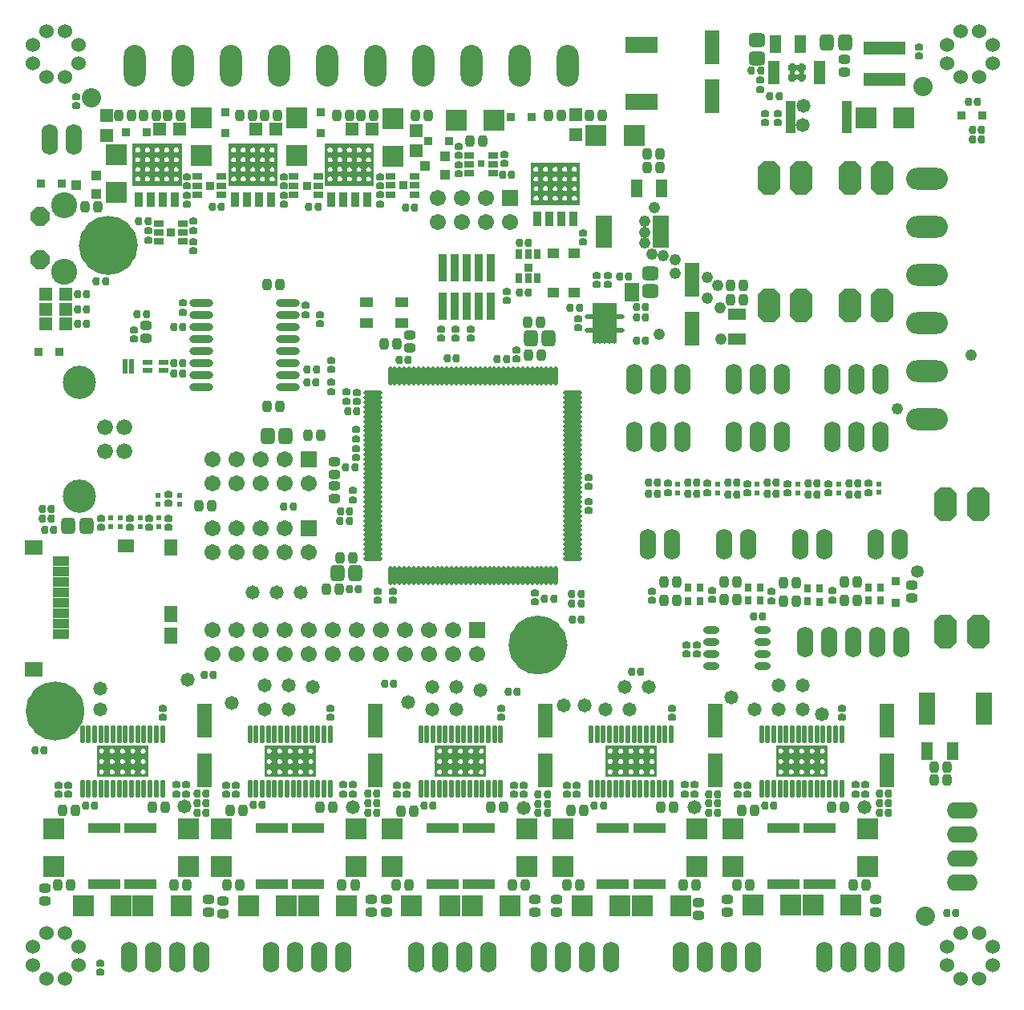
<source format=gts>
G04 Layer_Color=8388736*
%FSLAX24Y24*%
%MOIN*%
G70*
G01*
G75*
%ADD49C,0.0600*%
%ADD91C,0.0580*%
%ADD193C,0.1220*%
%ADD194R,0.1040X0.1680*%
%ADD195R,0.0208X0.0186*%
%ADD196R,0.0330X0.0330*%
%ADD197R,0.0270X0.0270*%
%ADD198R,0.0606X0.0252*%
%ADD199R,0.0213X0.0260*%
G04:AMPARAMS|DCode=200|XSize=30mil|YSize=32mil|CornerRadius=8.4mil|HoleSize=0mil|Usage=FLASHONLY|Rotation=90.000|XOffset=0mil|YOffset=0mil|HoleType=Round|Shape=RoundedRectangle|*
%AMROUNDEDRECTD200*
21,1,0.0300,0.0152,0,0,90.0*
21,1,0.0132,0.0320,0,0,90.0*
1,1,0.0168,0.0076,0.0066*
1,1,0.0168,0.0076,-0.0066*
1,1,0.0168,-0.0076,-0.0066*
1,1,0.0168,-0.0076,0.0066*
%
%ADD200ROUNDEDRECTD200*%
G04:AMPARAMS|DCode=201|XSize=30mil|YSize=32mil|CornerRadius=8.4mil|HoleSize=0mil|Usage=FLASHONLY|Rotation=180.000|XOffset=0mil|YOffset=0mil|HoleType=Round|Shape=RoundedRectangle|*
%AMROUNDEDRECTD201*
21,1,0.0300,0.0152,0,0,180.0*
21,1,0.0132,0.0320,0,0,180.0*
1,1,0.0168,-0.0066,0.0076*
1,1,0.0168,0.0066,0.0076*
1,1,0.0168,0.0066,-0.0076*
1,1,0.0168,-0.0066,-0.0076*
%
%ADD201ROUNDEDRECTD201*%
%ADD202R,0.1379X0.0434*%
G04:AMPARAMS|DCode=203|XSize=37.1mil|YSize=47.4mil|CornerRadius=9.8mil|HoleSize=0mil|Usage=FLASHONLY|Rotation=0.000|XOffset=0mil|YOffset=0mil|HoleType=Round|Shape=RoundedRectangle|*
%AMROUNDEDRECTD203*
21,1,0.0371,0.0277,0,0,0.0*
21,1,0.0175,0.0474,0,0,0.0*
1,1,0.0197,0.0087,-0.0139*
1,1,0.0197,-0.0087,-0.0139*
1,1,0.0197,-0.0087,0.0139*
1,1,0.0197,0.0087,0.0139*
%
%ADD203ROUNDEDRECTD203*%
G04:AMPARAMS|DCode=204|XSize=80mil|YSize=80mil|CornerRadius=40mil|HoleSize=0mil|Usage=FLASHONLY|Rotation=270.000|XOffset=0mil|YOffset=0mil|HoleType=Round|Shape=RoundedRectangle|*
%AMROUNDEDRECTD204*
21,1,0.0800,0.0000,0,0,270.0*
21,1,0.0000,0.0800,0,0,270.0*
1,1,0.0800,0.0000,0.0000*
1,1,0.0800,0.0000,0.0000*
1,1,0.0800,0.0000,0.0000*
1,1,0.0800,0.0000,0.0000*
%
%ADD204ROUNDEDRECTD204*%
%ADD205R,0.0552X0.0434*%
%ADD206R,0.0415X0.0316*%
%ADD207O,0.0671X0.0316*%
%ADD208O,0.0986X0.0316*%
%ADD209R,0.0482X0.0198*%
%ADD210O,0.0198X0.0789*%
%ADD211O,0.0789X0.0198*%
G04:AMPARAMS|DCode=212|XSize=37.1mil|YSize=47.4mil|CornerRadius=9.8mil|HoleSize=0mil|Usage=FLASHONLY|Rotation=270.000|XOffset=0mil|YOffset=0mil|HoleType=Round|Shape=RoundedRectangle|*
%AMROUNDEDRECTD212*
21,1,0.0371,0.0277,0,0,270.0*
21,1,0.0175,0.0474,0,0,270.0*
1,1,0.0197,-0.0139,-0.0087*
1,1,0.0197,-0.0139,0.0087*
1,1,0.0197,0.0139,0.0087*
1,1,0.0197,0.0139,-0.0087*
%
%ADD212ROUNDEDRECTD212*%
%ADD213R,0.0434X0.1379*%
%ADD214R,0.0360X0.0640*%
%ADD215R,0.0560X0.0560*%
%ADD216R,0.1753X0.0545*%
G04:AMPARAMS|DCode=217|XSize=60mil|YSize=68mil|CornerRadius=17mil|HoleSize=0mil|Usage=FLASHONLY|Rotation=0.000|XOffset=0mil|YOffset=0mil|HoleType=Round|Shape=RoundedRectangle|*
%AMROUNDEDRECTD217*
21,1,0.0600,0.0340,0,0,0.0*
21,1,0.0260,0.0680,0,0,0.0*
1,1,0.0340,0.0130,-0.0170*
1,1,0.0340,-0.0130,-0.0170*
1,1,0.0340,-0.0130,0.0170*
1,1,0.0340,0.0130,0.0170*
%
%ADD217ROUNDEDRECTD217*%
%ADD218R,0.0375X0.1182*%
G04:AMPARAMS|DCode=219|XSize=80mil|YSize=80mil|CornerRadius=40mil|HoleSize=0mil|Usage=FLASHONLY|Rotation=0.000|XOffset=0mil|YOffset=0mil|HoleType=Round|Shape=RoundedRectangle|*
%AMROUNDEDRECTD219*
21,1,0.0800,0.0000,0,0,0.0*
21,1,0.0000,0.0800,0,0,0.0*
1,1,0.0800,0.0000,0.0000*
1,1,0.0800,0.0000,0.0000*
1,1,0.0800,0.0000,0.0000*
1,1,0.0800,0.0000,0.0000*
%
%ADD219ROUNDEDRECTD219*%
%ADD220R,0.0560X0.0560*%
%ADD221R,0.0870X0.0870*%
%ADD222R,0.0870X0.0870*%
%ADD223R,0.0320X0.0320*%
%ADD224R,0.0280X0.0360*%
%ADD225R,0.0710X0.1340*%
%ADD226R,0.1340X0.0710*%
G04:AMPARAMS|DCode=227|XSize=60mil|YSize=68mil|CornerRadius=17mil|HoleSize=0mil|Usage=FLASHONLY|Rotation=90.000|XOffset=0mil|YOffset=0mil|HoleType=Round|Shape=RoundedRectangle|*
%AMROUNDEDRECTD227*
21,1,0.0600,0.0340,0,0,90.0*
21,1,0.0260,0.0680,0,0,90.0*
1,1,0.0340,0.0170,0.0130*
1,1,0.0340,0.0170,-0.0130*
1,1,0.0340,-0.0170,-0.0130*
1,1,0.0340,-0.0170,0.0130*
%
%ADD227ROUNDEDRECTD227*%
%ADD228R,0.0513X0.0749*%
%ADD229R,0.0749X0.0513*%
%ADD230R,0.0533X0.0671*%
%ADD231R,0.0671X0.0395*%
%ADD232R,0.0749X0.0631*%
%ADD233R,0.0671X0.0533*%
%ADD234R,0.0330X0.0330*%
%ADD235R,0.0631X0.1419*%
%ADD236R,0.0440X0.0400*%
%ADD237O,0.0218X0.0749*%
%ADD238R,0.0237X0.0198*%
%ADD239R,0.0320X0.0320*%
%ADD240R,0.0316X0.0415*%
%ADD241R,0.0434X0.0237*%
%ADD242O,0.0190X0.0395*%
%ADD243O,0.0395X0.0190*%
%ADD244R,0.0887X0.0887*%
%ADD245R,0.0474X0.0434*%
%ADD246R,0.0671X0.0671*%
%ADD247C,0.0671*%
%ADD248O,0.1280X0.0680*%
%ADD249P,0.0844X8X292.5*%
%ADD250C,0.1080*%
%ADD251O,0.0680X0.1280*%
%ADD252C,0.0660*%
%ADD253C,0.1385*%
G04:AMPARAMS|DCode=254|XSize=141mil|YSize=91mil|CornerRadius=0mil|HoleSize=0mil|Usage=FLASHONLY|Rotation=270.000|XOffset=0mil|YOffset=0mil|HoleType=Round|Shape=Octagon|*
%AMOCTAGOND254*
4,1,8,-0.0228,-0.0705,0.0228,-0.0705,0.0455,-0.0478,0.0455,0.0478,0.0228,0.0705,-0.0228,0.0705,-0.0455,0.0478,-0.0455,-0.0478,-0.0228,-0.0705,0.0*
%
%ADD254OCTAGOND254*%

%ADD255O,0.0905X0.1730*%
%ADD256O,0.1730X0.0905*%
%ADD257C,0.0530*%
%ADD258C,0.0480*%
G36*
X23289Y34204D02*
Y33810D01*
Y33406D01*
Y33013D01*
Y32737D01*
X21241D01*
Y33013D01*
Y33406D01*
Y33810D01*
Y34214D01*
Y34499D01*
X23289D01*
Y34204D01*
D02*
G37*
G36*
X33576Y10022D02*
Y9806D01*
Y9589D01*
Y9373D01*
Y9156D01*
Y8940D01*
X31441D01*
Y9156D01*
Y9373D01*
Y9589D01*
Y9806D01*
Y10022D01*
Y10024D01*
Y10240D01*
X33576D01*
Y10022D01*
D02*
G37*
G36*
X10724Y35004D02*
Y34610D01*
Y34206D01*
Y33813D01*
Y33537D01*
X8676D01*
Y33813D01*
Y34206D01*
Y34610D01*
Y35014D01*
Y35299D01*
X10724D01*
Y35004D01*
D02*
G37*
G36*
X14734D02*
Y34610D01*
Y34206D01*
Y33813D01*
Y33537D01*
X12686D01*
Y33813D01*
Y34206D01*
Y34610D01*
Y35014D01*
Y35299D01*
X14734D01*
Y35004D01*
D02*
G37*
G36*
X6739D02*
Y34610D01*
Y34206D01*
Y33813D01*
Y33537D01*
X4691D01*
Y33813D01*
Y34206D01*
Y34610D01*
Y35014D01*
Y35299D01*
X6739D01*
Y35004D01*
D02*
G37*
G36*
X5342Y10022D02*
Y9806D01*
Y9589D01*
Y9373D01*
Y9156D01*
Y8940D01*
X3207D01*
Y9156D01*
Y9373D01*
Y9589D01*
Y9806D01*
Y10022D01*
Y10024D01*
Y10240D01*
X5342D01*
Y10022D01*
D02*
G37*
G36*
X32599Y38628D02*
X32600Y38613D01*
X32612Y38584D01*
X32634Y38563D01*
X32662Y38551D01*
X32677Y38549D01*
Y38343D01*
X32664Y38341D01*
X32639Y38331D01*
X32620Y38312D01*
X32610Y38287D01*
X32608Y38274D01*
Y38234D01*
X32599D01*
Y38225D01*
X32600Y38209D01*
X32612Y38181D01*
X32634Y38159D01*
X32662Y38147D01*
X32677Y38146D01*
Y37949D01*
X32662Y37947D01*
X32634Y37936D01*
X32612Y37914D01*
X32600Y37886D01*
X32599Y37870D01*
Y37851D01*
X32421D01*
X32420Y37870D01*
X32405Y37905D01*
X32378Y37932D01*
X32342Y37947D01*
X32323Y37949D01*
X32303D01*
X32284Y37947D01*
X32249Y37932D01*
X32221Y37905D01*
X32207Y37870D01*
X32205Y37851D01*
X32028D01*
Y37860D01*
X32026Y37876D01*
X32014Y37904D01*
X31993Y37926D01*
X31964Y37938D01*
X31949Y37939D01*
Y38146D01*
X31962Y38147D01*
X31987Y38157D01*
X32006Y38176D01*
X32017Y38201D01*
X32018Y38215D01*
Y38254D01*
X32028D01*
Y38264D01*
X32026Y38279D01*
X32014Y38308D01*
X31993Y38329D01*
X31964Y38341D01*
X31949Y38343D01*
Y38540D01*
X31964Y38541D01*
X31993Y38553D01*
X32014Y38575D01*
X32026Y38603D01*
X32028Y38618D01*
Y38638D01*
X32205D01*
X32207Y38619D01*
X32221Y38583D01*
X32249Y38556D01*
X32284Y38541D01*
X32303Y38540D01*
X32323D01*
X32342Y38541D01*
X32378Y38556D01*
X32405Y38583D01*
X32420Y38619D01*
X32421Y38638D01*
X32599D01*
Y38628D01*
D02*
G37*
G36*
X12311Y10022D02*
Y9806D01*
Y9589D01*
Y9373D01*
Y9156D01*
Y8940D01*
X10176D01*
Y9156D01*
Y9373D01*
Y9589D01*
Y9806D01*
Y10022D01*
Y10024D01*
Y10240D01*
X12311D01*
Y10022D01*
D02*
G37*
G36*
X26488D02*
Y9806D01*
Y9589D01*
Y9373D01*
Y9156D01*
Y8940D01*
X24353D01*
Y9156D01*
Y9373D01*
Y9589D01*
Y9806D01*
Y10022D01*
Y10024D01*
Y10240D01*
X26488D01*
Y10022D01*
D02*
G37*
G36*
X19402D02*
Y9806D01*
Y9589D01*
Y9373D01*
Y9156D01*
Y8940D01*
X17267D01*
Y9156D01*
Y9373D01*
Y9589D01*
Y9806D01*
Y10022D01*
Y10024D01*
Y10240D01*
X19402D01*
Y10022D01*
D02*
G37*
%LPC*%
G36*
X23062Y33121D02*
X23043Y33119D01*
X23008Y33104D01*
X22980Y33077D01*
X22966Y33042D01*
X22964Y33023D01*
Y33023D01*
X22964Y33004D01*
X22966Y32984D01*
X22981Y32949D01*
X23008Y32922D01*
X23044Y32907D01*
X23063Y32905D01*
X23064Y32912D01*
X23086Y32914D01*
X23125Y32930D01*
X23154Y32960D01*
X23171Y32999D01*
X23172Y33013D01*
X23161D01*
Y33023D01*
X23159Y33042D01*
X23144Y33077D01*
X23117Y33104D01*
X23081Y33119D01*
X23062Y33121D01*
D02*
G37*
G36*
X22265D02*
X22246Y33119D01*
X22210Y33104D01*
X22183Y33077D01*
X22168Y33042D01*
X22167Y33023D01*
Y33013D01*
Y33003D01*
X22168Y32986D01*
X22181Y32954D01*
X22206Y32929D01*
X22238Y32916D01*
X22255Y32914D01*
X22265D01*
X22286Y32916D01*
X22325Y32933D01*
X22355Y32962D01*
X22371Y33001D01*
X22372Y33013D01*
X22363D01*
Y33023D01*
X22361Y33042D01*
X22347Y33077D01*
X22320Y33104D01*
X22284Y33119D01*
X22265Y33121D01*
D02*
G37*
G36*
X22668D02*
X22649Y33119D01*
X22614Y33104D01*
X22587Y33077D01*
X22572Y33042D01*
X22570Y33023D01*
Y33013D01*
X22560D01*
Y33013D01*
X22562Y32992D01*
X22578Y32953D01*
X22608Y32923D01*
X22647Y32907D01*
X22668Y32905D01*
X22688Y32906D01*
X22723Y32921D01*
X22750Y32948D01*
X22765Y32984D01*
X22767Y33003D01*
Y33013D01*
Y33023D01*
X22765Y33042D01*
X22750Y33077D01*
X22723Y33104D01*
X22688Y33119D01*
X22668Y33121D01*
D02*
G37*
G36*
X21468D02*
X21449Y33119D01*
X21413Y33104D01*
X21386Y33077D01*
X21371Y33042D01*
X21369Y33023D01*
Y33013D01*
X21359D01*
Y33013D01*
X21362Y32992D01*
X21378Y32953D01*
X21408Y32923D01*
X21447Y32907D01*
X21468Y32905D01*
X21489Y32907D01*
X21528Y32923D01*
X21558Y32953D01*
X21574Y32992D01*
X21576Y33013D01*
Y33013D01*
X21556D01*
Y33032D01*
X21555Y33050D01*
X21541Y33082D01*
X21517Y33106D01*
X21485Y33119D01*
X21468Y33121D01*
D02*
G37*
G36*
X21871Y33131D02*
X21850Y33129D01*
X21811Y33113D01*
X21781Y33083D01*
X21765Y33044D01*
X21763Y33023D01*
Y33013D01*
Y33003D01*
X21765Y32984D01*
X21780Y32948D01*
X21807Y32921D01*
X21842Y32906D01*
X21861Y32905D01*
X21883Y32907D01*
X21922Y32923D01*
X21951Y32953D01*
X21968Y32992D01*
X21970Y33013D01*
Y33013D01*
X21960D01*
Y33042D01*
X21958Y33060D01*
X21945Y33092D01*
X21920Y33116D01*
X21889Y33129D01*
X21871Y33131D01*
D02*
G37*
G36*
X22668Y33515D02*
X22649Y33513D01*
X22614Y33498D01*
X22587Y33471D01*
X22572Y33436D01*
X22570Y33416D01*
Y33406D01*
X22561D01*
X22562Y33397D01*
X22577Y33362D01*
X22604Y33334D01*
X22639Y33320D01*
X22659Y33318D01*
X22680Y33320D01*
X22720Y33336D01*
X22750Y33367D01*
X22767Y33407D01*
X22767Y33409D01*
Y33416D01*
X22765Y33436D01*
X22750Y33471D01*
X22723Y33498D01*
X22688Y33513D01*
X22668Y33515D01*
D02*
G37*
G36*
X23062D02*
X23043Y33513D01*
X23008Y33498D01*
X22980Y33471D01*
X22966Y33436D01*
X22964Y33416D01*
Y33406D01*
X22956D01*
X22956Y33405D01*
X22972Y33366D01*
X23002Y33336D01*
X23041Y33320D01*
X23062Y33318D01*
X23083Y33320D01*
X23121Y33336D01*
X23150Y33365D01*
X23166Y33403D01*
X23167Y33406D01*
X23161D01*
Y33416D01*
X23159Y33436D01*
X23144Y33471D01*
X23117Y33498D01*
X23081Y33513D01*
X23062Y33515D01*
D02*
G37*
G36*
X22265D02*
X22246Y33513D01*
X22210Y33498D01*
X22183Y33471D01*
X22168Y33436D01*
X22167Y33416D01*
Y33406D01*
X22161D01*
X22161Y33403D01*
X22177Y33365D01*
X22206Y33336D01*
X22244Y33320D01*
X22265Y33318D01*
X22285Y33320D01*
X22321Y33335D01*
X22348Y33362D01*
X22363Y33399D01*
X22364Y33406D01*
X22363D01*
Y33416D01*
X22361Y33436D01*
X22347Y33471D01*
X22320Y33498D01*
X22284Y33513D01*
X22265Y33515D01*
D02*
G37*
G36*
X21468D02*
X21449Y33513D01*
X21413Y33498D01*
X21386Y33471D01*
X21371Y33436D01*
X21369Y33416D01*
Y33406D01*
X21361D01*
X21361Y33405D01*
X21378Y33366D01*
X21408Y33336D01*
X21447Y33320D01*
X21468Y33318D01*
X21487Y33320D01*
X21523Y33335D01*
X21551Y33362D01*
X21565Y33398D01*
X21566Y33406D01*
X21556D01*
Y33426D01*
X21555Y33443D01*
X21541Y33475D01*
X21517Y33500D01*
X21485Y33513D01*
X21468Y33515D01*
D02*
G37*
G36*
X21871Y33525D02*
X21850Y33523D01*
X21811Y33506D01*
X21781Y33476D01*
X21765Y33437D01*
X21763Y33416D01*
X21765Y33397D01*
X21780Y33362D01*
X21807Y33334D01*
X21842Y33320D01*
X21861Y33318D01*
X21882Y33320D01*
X21920Y33336D01*
X21950Y33365D01*
X21966Y33403D01*
X21966Y33406D01*
X21960D01*
Y33436D01*
X21958Y33453D01*
X21945Y33485D01*
X21920Y33510D01*
X21889Y33523D01*
X21871Y33525D01*
D02*
G37*
G36*
X22668Y34332D02*
X22647Y34330D01*
X22608Y34313D01*
X22578Y34284D01*
X22562Y34245D01*
X22560Y34223D01*
Y34214D01*
X22562Y34194D01*
X22577Y34159D01*
X22604Y34132D01*
X22639Y34117D01*
X22659Y34115D01*
X22680Y34117D01*
X22720Y34134D01*
X22750Y34164D01*
X22767Y34204D01*
X22767Y34206D01*
Y34233D01*
X22765Y34252D01*
X22750Y34288D01*
X22723Y34315D01*
X22688Y34330D01*
X22668Y34332D01*
D02*
G37*
G36*
X23062D02*
X23041Y34330D01*
X23002Y34313D01*
X22972Y34284D01*
X22956Y34245D01*
X22954Y34223D01*
X22956Y34202D01*
X22972Y34163D01*
X23002Y34133D01*
X23041Y34117D01*
X23062Y34115D01*
X23083Y34117D01*
X23121Y34133D01*
X23150Y34162D01*
X23166Y34201D01*
X23168Y34221D01*
Y34245D01*
X23168Y34245D01*
X23152Y34284D01*
X23122Y34313D01*
X23083Y34330D01*
X23062Y34332D01*
D02*
G37*
G36*
X22275Y34322D02*
X22265D01*
X22244Y34320D01*
X22205Y34304D01*
X22175Y34274D01*
X22159Y34235D01*
Y34221D01*
X22161Y34201D01*
X22177Y34162D01*
X22206Y34133D01*
X22244Y34117D01*
X22265Y34115D01*
X22285Y34117D01*
X22321Y34132D01*
X22348Y34160D01*
X22363Y34196D01*
X22364Y34204D01*
X22363D01*
Y34233D01*
X22362Y34251D01*
X22348Y34282D01*
X22324Y34307D01*
X22292Y34320D01*
X22275Y34322D01*
D02*
G37*
G36*
X21467Y34331D02*
X21466Y34324D01*
X21444Y34322D01*
X21405Y34306D01*
X21376Y34276D01*
X21359Y34237D01*
X21359D01*
Y34223D01*
X21361Y34202D01*
X21378Y34163D01*
X21408Y34133D01*
X21447Y34117D01*
X21468Y34115D01*
X21487Y34117D01*
X21523Y34132D01*
X21551Y34159D01*
X21565Y34195D01*
X21567Y34214D01*
X21566D01*
X21565Y34233D01*
X21564Y34252D01*
X21549Y34287D01*
X21522Y34314D01*
X21486Y34329D01*
X21467Y34331D01*
D02*
G37*
G36*
X21861Y34332D02*
X21842Y34330D01*
X21807Y34315D01*
X21780Y34288D01*
X21765Y34252D01*
X21763Y34233D01*
Y34225D01*
Y34223D01*
Y34214D01*
X21765Y34194D01*
X21780Y34159D01*
X21807Y34132D01*
X21842Y34117D01*
X21861Y34115D01*
X21882Y34117D01*
X21920Y34133D01*
X21950Y34162D01*
X21966Y34201D01*
X21968Y34221D01*
Y34245D01*
X21968Y34245D01*
X21951Y34284D01*
X21922Y34313D01*
X21883Y34330D01*
X21861Y34332D01*
D02*
G37*
G36*
X21871Y33928D02*
X21850Y33926D01*
X21811Y33910D01*
X21781Y33880D01*
X21765Y33841D01*
X21763Y33820D01*
Y33810D01*
X21765Y33791D01*
X21780Y33755D01*
X21807Y33728D01*
X21842Y33713D01*
X21861Y33712D01*
X21882Y33714D01*
X21920Y33729D01*
X21950Y33759D01*
X21966Y33797D01*
X21967Y33810D01*
X21960D01*
Y33840D01*
X21958Y33857D01*
X21945Y33889D01*
X21920Y33913D01*
X21889Y33926D01*
X21871Y33928D01*
D02*
G37*
G36*
X22265Y33918D02*
X22246Y33916D01*
X22210Y33902D01*
X22183Y33875D01*
X22168Y33839D01*
X22167Y33820D01*
Y33810D01*
X22160D01*
X22161Y33797D01*
X22177Y33759D01*
X22206Y33729D01*
X22244Y33714D01*
X22265Y33712D01*
X22285Y33714D01*
X22321Y33728D01*
X22348Y33756D01*
X22363Y33792D01*
X22365Y33810D01*
X22363D01*
Y33820D01*
X22361Y33839D01*
X22347Y33875D01*
X22320Y33902D01*
X22284Y33916D01*
X22265Y33918D01*
D02*
G37*
G36*
X21468D02*
X21449Y33916D01*
X21413Y33902D01*
X21386Y33875D01*
X21371Y33839D01*
X21369Y33820D01*
Y33810D01*
X21360D01*
X21361Y33799D01*
X21378Y33760D01*
X21408Y33730D01*
X21447Y33714D01*
X21468Y33712D01*
X21487Y33714D01*
X21523Y33728D01*
X21551Y33756D01*
X21565Y33792D01*
X21567Y33810D01*
X21556D01*
Y33830D01*
X21555Y33847D01*
X21541Y33879D01*
X21517Y33903D01*
X21485Y33917D01*
X21468Y33918D01*
D02*
G37*
G36*
X22668D02*
X22649Y33916D01*
X22614Y33902D01*
X22587Y33875D01*
X22572Y33839D01*
X22570Y33820D01*
Y33810D01*
X22560D01*
X22562Y33791D01*
X22577Y33755D01*
X22604Y33728D01*
X22639Y33713D01*
X22659Y33712D01*
X22680Y33714D01*
X22720Y33730D01*
X22750Y33761D01*
X22767Y33800D01*
X22768Y33810D01*
X22767D01*
Y33820D01*
X22765Y33839D01*
X22750Y33875D01*
X22723Y33902D01*
X22688Y33916D01*
X22668Y33918D01*
D02*
G37*
G36*
X23062D02*
X23043Y33916D01*
X23008Y33902D01*
X22980Y33875D01*
X22966Y33839D01*
X22964Y33820D01*
Y33810D01*
X22955D01*
X22956Y33799D01*
X22972Y33760D01*
X23002Y33730D01*
X23041Y33714D01*
X23062Y33712D01*
X23083Y33714D01*
X23121Y33729D01*
X23150Y33759D01*
X23166Y33797D01*
X23168Y33810D01*
X23161D01*
Y33820D01*
X23159Y33839D01*
X23144Y33875D01*
X23117Y33902D01*
X23081Y33916D01*
X23062Y33918D01*
D02*
G37*
G36*
X33376Y9689D02*
X33357Y9687D01*
X33322Y9672D01*
X33295Y9645D01*
X33280Y9609D01*
X33279Y9589D01*
X33271D01*
X33273Y9570D01*
X33288Y9533D01*
X33317Y9505D01*
X33354Y9490D01*
X33374Y9488D01*
X33374Y9488D01*
X33394Y9490D01*
X33432Y9506D01*
X33460Y9536D01*
X33475Y9574D01*
X33476Y9594D01*
X33471Y9594D01*
X33471Y9594D01*
X33469Y9613D01*
X33455Y9647D01*
X33429Y9673D01*
X33395Y9688D01*
X33376Y9689D01*
D02*
G37*
G36*
X32509Y10125D02*
X32509Y10125D01*
X32489Y10123D01*
X32452Y10108D01*
X32425Y10079D01*
X32410Y10042D01*
X32409Y10023D01*
X32410Y10004D01*
X32425Y9967D01*
X32452Y9939D01*
X32489Y9923D01*
X32509Y9921D01*
X32529Y9923D01*
X32565Y9939D01*
X32593Y9967D01*
X32607Y10004D01*
X32609Y10023D01*
X32607Y10042D01*
X32593Y10079D01*
X32565Y10108D01*
X32529Y10123D01*
X32509Y10125D01*
D02*
G37*
G36*
X32076Y9689D02*
X32076Y9689D01*
X32057Y9687D01*
X32021Y9672D01*
X31994Y9645D01*
X31980Y9609D01*
X31979Y9589D01*
X31974D01*
X31976Y9574D01*
X31991Y9536D01*
X32020Y9507D01*
X32058Y9492D01*
X32079Y9491D01*
X32098Y9492D01*
X32134Y9508D01*
X32161Y9535D01*
X32175Y9571D01*
X32176Y9590D01*
X32175Y9609D01*
X32160Y9645D01*
X32132Y9673D01*
X32096Y9688D01*
X32076Y9689D01*
D02*
G37*
G36*
Y10122D02*
X32076Y10122D01*
X32057Y10121D01*
X32021Y10106D01*
X31994Y10078D01*
X31980Y10042D01*
X31979Y10022D01*
X31974D01*
X31976Y10007D01*
X31991Y9969D01*
X32020Y9940D01*
X32058Y9925D01*
X32079Y9924D01*
X32098Y9926D01*
X32134Y9941D01*
X32161Y9968D01*
X32175Y10004D01*
X32176Y10023D01*
X32175Y10042D01*
X32160Y10078D01*
X32132Y10106D01*
X32096Y10121D01*
X32076Y10122D01*
D02*
G37*
G36*
X33376Y10122D02*
X33357Y10120D01*
X33322Y10105D01*
X33295Y10078D01*
X33280Y10042D01*
X33279Y10022D01*
X33271D01*
X33273Y10004D01*
X33288Y9966D01*
X33317Y9938D01*
X33354Y9923D01*
X33374Y9921D01*
X33374Y9921D01*
X33394Y9923D01*
X33432Y9939D01*
X33460Y9969D01*
X33475Y10007D01*
X33476Y10027D01*
X33471Y10028D01*
X33471Y10028D01*
X33469Y10046D01*
X33455Y10080D01*
X33429Y10106D01*
X33395Y10121D01*
X33376Y10122D01*
D02*
G37*
G36*
X31644Y10125D02*
X31624Y10123D01*
X31587Y10108D01*
X31559Y10079D01*
X31543Y10043D01*
X31542Y10026D01*
X31543Y10008D01*
X31557Y9971D01*
X31585Y9942D01*
X31621Y9926D01*
X31641Y9924D01*
Y9924D01*
X31661Y9926D01*
X31697Y9942D01*
X31724Y9971D01*
X31738Y10008D01*
X31739Y10028D01*
X31746D01*
X31745Y10043D01*
X31729Y10080D01*
X31701Y10108D01*
X31664Y10123D01*
X31644Y10125D01*
D02*
G37*
G36*
X32939Y10122D02*
X32939Y10122D01*
X32919Y10121D01*
X32884Y10106D01*
X32857Y10078D01*
X32843Y10042D01*
X32841Y10023D01*
X32843Y10004D01*
X32858Y9968D01*
X32885Y9940D01*
X32922Y9925D01*
X32941Y9924D01*
X32941Y9924D01*
X32961Y9926D01*
X32996Y9941D01*
X33023Y9968D01*
X33037Y10004D01*
X33039Y10024D01*
X33044D01*
X33041Y10042D01*
X33025Y10079D01*
X32996Y10107D01*
X32959Y10121D01*
X32939Y10122D01*
D02*
G37*
G36*
Y9689D02*
X32939Y9689D01*
X32919Y9687D01*
X32884Y9672D01*
X32857Y9645D01*
X32843Y9609D01*
X32841Y9590D01*
X32843Y9571D01*
X32858Y9535D01*
X32885Y9507D01*
X32922Y9492D01*
X32941Y9491D01*
X32941Y9491D01*
X32961Y9492D01*
X32996Y9508D01*
X33023Y9535D01*
X33037Y9571D01*
X33039Y9591D01*
X33044D01*
X33041Y9609D01*
X33025Y9646D01*
X32996Y9674D01*
X32959Y9688D01*
X32939Y9689D01*
D02*
G37*
G36*
Y9256D02*
X32939Y9256D01*
X32919Y9254D01*
X32884Y9239D01*
X32857Y9212D01*
X32843Y9176D01*
X32841Y9157D01*
X32843Y9138D01*
X32858Y9102D01*
X32885Y9074D01*
X32922Y9059D01*
X32941Y9057D01*
X32941Y9057D01*
X32961Y9059D01*
X32996Y9074D01*
X33023Y9102D01*
X33037Y9138D01*
X33039Y9158D01*
X33044D01*
X33041Y9176D01*
X33025Y9213D01*
X32996Y9240D01*
X32959Y9255D01*
X32939Y9256D01*
D02*
G37*
G36*
X31644Y9259D02*
X31624Y9257D01*
X31587Y9242D01*
X31559Y9213D01*
X31543Y9176D01*
X31541Y9157D01*
X31543Y9138D01*
X31558Y9102D01*
X31586Y9074D01*
X31622Y9059D01*
X31641Y9057D01*
X31661Y9060D01*
X31697Y9076D01*
X31724Y9104D01*
X31738Y9142D01*
X31739Y9161D01*
X31746D01*
X31745Y9176D01*
X31729Y9214D01*
X31701Y9242D01*
X31664Y9257D01*
X31644Y9259D01*
D02*
G37*
G36*
X32509Y9259D02*
X32509Y9259D01*
X32489Y9257D01*
X32452Y9241D01*
X32425Y9213D01*
X32410Y9176D01*
X32409Y9157D01*
X32410Y9138D01*
X32425Y9101D01*
X32452Y9072D01*
X32489Y9057D01*
X32509Y9055D01*
X32529Y9057D01*
X32565Y9072D01*
X32593Y9101D01*
X32607Y9138D01*
X32609Y9157D01*
X32607Y9176D01*
X32593Y9213D01*
X32565Y9241D01*
X32529Y9257D01*
X32509Y9259D01*
D02*
G37*
G36*
X31644Y9692D02*
X31624Y9690D01*
X31587Y9675D01*
X31559Y9646D01*
X31543Y9609D01*
X31541Y9590D01*
X31543Y9571D01*
X31558Y9535D01*
X31586Y9507D01*
X31622Y9492D01*
X31641Y9491D01*
X31661Y9493D01*
X31697Y9509D01*
X31724Y9538D01*
X31738Y9575D01*
X31739Y9594D01*
X31746D01*
X31745Y9610D01*
X31729Y9647D01*
X31701Y9675D01*
X31664Y9690D01*
X31644Y9692D01*
D02*
G37*
G36*
X32509Y9692D02*
X32509Y9692D01*
X32489Y9690D01*
X32452Y9675D01*
X32425Y9646D01*
X32410Y9609D01*
X32409Y9590D01*
X32410Y9571D01*
X32425Y9534D01*
X32452Y9505D01*
X32489Y9490D01*
X32509Y9488D01*
X32529Y9490D01*
X32565Y9505D01*
X32593Y9534D01*
X32607Y9571D01*
X32609Y9590D01*
X32607Y9609D01*
X32593Y9646D01*
X32565Y9675D01*
X32529Y9690D01*
X32509Y9692D01*
D02*
G37*
G36*
X32076Y9256D02*
X32076Y9256D01*
X32057Y9254D01*
X32021Y9239D01*
X31994Y9212D01*
X31980Y9176D01*
X31979Y9156D01*
X31974D01*
X31976Y9141D01*
X31991Y9103D01*
X32020Y9074D01*
X32058Y9059D01*
X32079Y9057D01*
X32098Y9059D01*
X32134Y9074D01*
X32161Y9102D01*
X32175Y9138D01*
X32176Y9157D01*
X32175Y9176D01*
X32160Y9212D01*
X32132Y9240D01*
X32096Y9255D01*
X32076Y9256D01*
D02*
G37*
G36*
X33376Y9256D02*
X33357Y9254D01*
X33322Y9239D01*
X33295Y9211D01*
X33280Y9176D01*
X33279Y9156D01*
X33271D01*
X33273Y9137D01*
X33288Y9100D01*
X33317Y9072D01*
X33354Y9057D01*
X33374Y9055D01*
X33374Y9055D01*
X33394Y9057D01*
X33432Y9073D01*
X33460Y9103D01*
X33475Y9141D01*
X33476Y9161D01*
X33471Y9161D01*
X33471Y9161D01*
X33469Y9180D01*
X33455Y9214D01*
X33429Y9240D01*
X33395Y9255D01*
X33376Y9256D01*
D02*
G37*
G36*
X8903Y34718D02*
X8884Y34716D01*
X8848Y34702D01*
X8821Y34675D01*
X8806Y34639D01*
X8804Y34620D01*
Y34610D01*
X8795D01*
X8796Y34599D01*
X8813Y34560D01*
X8843Y34530D01*
X8882Y34514D01*
X8903Y34512D01*
X8922Y34513D01*
X8958Y34528D01*
X8986Y34556D01*
X9000Y34592D01*
X9002Y34610D01*
X8991D01*
Y34630D01*
X8990Y34647D01*
X8976Y34679D01*
X8952Y34703D01*
X8920Y34717D01*
X8903Y34718D01*
D02*
G37*
G36*
X10497D02*
X10478Y34716D01*
X10443Y34702D01*
X10415Y34675D01*
X10401Y34639D01*
X10399Y34620D01*
Y34610D01*
X10390D01*
X10391Y34599D01*
X10407Y34560D01*
X10437Y34530D01*
X10476Y34514D01*
X10497Y34512D01*
X10518Y34514D01*
X10556Y34529D01*
X10586Y34559D01*
X10601Y34597D01*
X10603Y34610D01*
X10596D01*
Y34620D01*
X10594Y34639D01*
X10579Y34675D01*
X10552Y34702D01*
X10516Y34716D01*
X10497Y34718D01*
D02*
G37*
G36*
X10104D02*
X10084Y34716D01*
X10049Y34702D01*
X10022Y34675D01*
X10007Y34639D01*
X10005Y34620D01*
Y34610D01*
X9995D01*
X9997Y34591D01*
X10012Y34555D01*
X10039Y34528D01*
X10074Y34513D01*
X10094Y34512D01*
X10115Y34514D01*
X10155Y34530D01*
X10185Y34561D01*
X10202Y34600D01*
X10203Y34610D01*
X10202D01*
Y34620D01*
X10200Y34639D01*
X10185Y34675D01*
X10158Y34702D01*
X10123Y34716D01*
X10104Y34718D01*
D02*
G37*
G36*
X9306Y34728D02*
X9285Y34726D01*
X9246Y34710D01*
X9216Y34680D01*
X9200Y34641D01*
X9198Y34620D01*
Y34610D01*
X9200Y34591D01*
X9215Y34555D01*
X9242Y34528D01*
X9277Y34513D01*
X9296Y34512D01*
X9317Y34514D01*
X9355Y34529D01*
X9385Y34559D01*
X9401Y34597D01*
X9402Y34610D01*
X9395D01*
Y34640D01*
X9393Y34657D01*
X9380Y34689D01*
X9356Y34713D01*
X9324Y34726D01*
X9306Y34728D01*
D02*
G37*
G36*
X9700Y34718D02*
X9681Y34716D01*
X9645Y34702D01*
X9618Y34675D01*
X9603Y34639D01*
X9602Y34620D01*
Y34610D01*
X9595D01*
X9596Y34597D01*
X9612Y34559D01*
X9641Y34529D01*
X9679Y34514D01*
X9700Y34512D01*
X9720Y34514D01*
X9756Y34528D01*
X9783Y34556D01*
X9798Y34592D01*
X9800Y34610D01*
X9798D01*
Y34620D01*
X9797Y34639D01*
X9782Y34675D01*
X9755Y34702D01*
X9719Y34716D01*
X9700Y34718D01*
D02*
G37*
G36*
X10497Y34315D02*
X10478Y34313D01*
X10443Y34298D01*
X10415Y34271D01*
X10401Y34236D01*
X10399Y34216D01*
Y34206D01*
X10391D01*
X10391Y34205D01*
X10407Y34166D01*
X10437Y34136D01*
X10476Y34120D01*
X10497Y34118D01*
X10518Y34120D01*
X10556Y34136D01*
X10586Y34165D01*
X10601Y34203D01*
X10602Y34206D01*
X10596D01*
Y34216D01*
X10594Y34236D01*
X10579Y34271D01*
X10552Y34298D01*
X10516Y34313D01*
X10497Y34315D01*
D02*
G37*
G36*
X10104D02*
X10084Y34313D01*
X10049Y34298D01*
X10022Y34271D01*
X10007Y34236D01*
X10005Y34216D01*
Y34206D01*
X9996D01*
X9997Y34197D01*
X10012Y34162D01*
X10039Y34134D01*
X10074Y34120D01*
X10094Y34118D01*
X10115Y34120D01*
X10155Y34136D01*
X10185Y34167D01*
X10202Y34207D01*
X10202Y34209D01*
Y34216D01*
X10200Y34236D01*
X10185Y34271D01*
X10158Y34298D01*
X10123Y34313D01*
X10104Y34315D01*
D02*
G37*
G36*
X9306Y34325D02*
X9285Y34323D01*
X9246Y34306D01*
X9216Y34276D01*
X9200Y34237D01*
X9198Y34216D01*
X9200Y34197D01*
X9215Y34162D01*
X9242Y34134D01*
X9277Y34120D01*
X9296Y34118D01*
X9317Y34120D01*
X9355Y34136D01*
X9385Y34165D01*
X9401Y34203D01*
X9401Y34206D01*
X9395D01*
Y34236D01*
X9393Y34253D01*
X9380Y34285D01*
X9356Y34310D01*
X9324Y34323D01*
X9306Y34325D01*
D02*
G37*
G36*
X9700Y34315D02*
X9681Y34313D01*
X9645Y34298D01*
X9618Y34271D01*
X9603Y34236D01*
X9602Y34216D01*
Y34206D01*
X9596D01*
X9596Y34203D01*
X9612Y34165D01*
X9641Y34136D01*
X9679Y34120D01*
X9700Y34118D01*
X9720Y34120D01*
X9756Y34135D01*
X9783Y34162D01*
X9798Y34199D01*
X9799Y34206D01*
X9798D01*
Y34216D01*
X9797Y34236D01*
X9782Y34271D01*
X9755Y34298D01*
X9719Y34313D01*
X9700Y34315D01*
D02*
G37*
G36*
X10497Y35132D02*
X10476Y35130D01*
X10437Y35113D01*
X10407Y35084D01*
X10391Y35045D01*
X10389Y35023D01*
X10391Y35002D01*
X10407Y34963D01*
X10437Y34933D01*
X10476Y34917D01*
X10497Y34915D01*
X10518Y34917D01*
X10556Y34933D01*
X10586Y34962D01*
X10601Y35001D01*
X10603Y35021D01*
Y35045D01*
X10603Y35045D01*
X10587Y35084D01*
X10557Y35113D01*
X10518Y35130D01*
X10497Y35132D01*
D02*
G37*
G36*
X10104D02*
X10082Y35130D01*
X10043Y35113D01*
X10014Y35084D01*
X9997Y35045D01*
X9995Y35023D01*
Y35014D01*
X9997Y34994D01*
X10012Y34959D01*
X10039Y34932D01*
X10074Y34917D01*
X10094Y34915D01*
X10115Y34917D01*
X10155Y34934D01*
X10185Y34964D01*
X10202Y35004D01*
X10202Y35006D01*
Y35033D01*
X10200Y35052D01*
X10185Y35088D01*
X10158Y35115D01*
X10123Y35130D01*
X10104Y35132D01*
D02*
G37*
G36*
X9296D02*
X9277Y35130D01*
X9242Y35115D01*
X9215Y35088D01*
X9200Y35052D01*
X9198Y35033D01*
Y35025D01*
Y35023D01*
Y35014D01*
X9200Y34994D01*
X9215Y34959D01*
X9242Y34932D01*
X9277Y34917D01*
X9296Y34915D01*
X9317Y34917D01*
X9355Y34933D01*
X9385Y34962D01*
X9401Y35001D01*
X9403Y35021D01*
Y35045D01*
X9403Y35045D01*
X9386Y35084D01*
X9357Y35113D01*
X9318Y35130D01*
X9296Y35132D01*
D02*
G37*
G36*
X9710Y35122D02*
X9700D01*
X9679Y35120D01*
X9640Y35104D01*
X9610Y35074D01*
X9594Y35035D01*
Y35021D01*
X9596Y35001D01*
X9612Y34962D01*
X9641Y34933D01*
X9679Y34917D01*
X9700Y34915D01*
X9720Y34917D01*
X9756Y34932D01*
X9783Y34960D01*
X9798Y34996D01*
X9799Y35004D01*
X9798D01*
Y35033D01*
X9797Y35051D01*
X9783Y35082D01*
X9759Y35107D01*
X9727Y35120D01*
X9710Y35122D01*
D02*
G37*
G36*
X8902Y35131D02*
X8901Y35124D01*
X8879Y35122D01*
X8840Y35106D01*
X8811Y35076D01*
X8794Y35037D01*
X8794D01*
Y35024D01*
X8796Y35002D01*
X8813Y34963D01*
X8843Y34933D01*
X8882Y34917D01*
X8903Y34915D01*
X8922Y34917D01*
X8958Y34932D01*
X8986Y34959D01*
X9000Y34995D01*
X9002Y35014D01*
X9001D01*
X9000Y35033D01*
X8999Y35052D01*
X8984Y35087D01*
X8957Y35114D01*
X8921Y35129D01*
X8902Y35131D01*
D02*
G37*
G36*
X8903Y34315D02*
X8884Y34313D01*
X8848Y34298D01*
X8821Y34271D01*
X8806Y34236D01*
X8804Y34216D01*
Y34206D01*
X8796D01*
X8796Y34205D01*
X8813Y34166D01*
X8843Y34136D01*
X8882Y34120D01*
X8903Y34118D01*
X8922Y34120D01*
X8958Y34135D01*
X8986Y34162D01*
X9000Y34198D01*
X9001Y34206D01*
X8991D01*
Y34226D01*
X8990Y34243D01*
X8976Y34275D01*
X8952Y34300D01*
X8920Y34313D01*
X8903Y34315D01*
D02*
G37*
G36*
Y33921D02*
X8884Y33919D01*
X8848Y33904D01*
X8821Y33877D01*
X8806Y33842D01*
X8804Y33823D01*
Y33813D01*
X8794D01*
Y33813D01*
X8797Y33792D01*
X8813Y33753D01*
X8843Y33723D01*
X8882Y33707D01*
X8903Y33705D01*
X8924Y33707D01*
X8963Y33723D01*
X8993Y33753D01*
X9009Y33792D01*
X9011Y33813D01*
Y33813D01*
X8991D01*
Y33832D01*
X8990Y33850D01*
X8976Y33882D01*
X8952Y33906D01*
X8920Y33919D01*
X8903Y33921D01*
D02*
G37*
G36*
X9306Y33931D02*
X9285Y33929D01*
X9246Y33913D01*
X9216Y33883D01*
X9200Y33844D01*
X9198Y33823D01*
Y33813D01*
Y33803D01*
X9200Y33784D01*
X9215Y33748D01*
X9242Y33721D01*
X9277Y33706D01*
X9296Y33705D01*
X9318Y33707D01*
X9357Y33723D01*
X9386Y33753D01*
X9403Y33792D01*
X9405Y33813D01*
Y33813D01*
X9395D01*
Y33842D01*
X9393Y33860D01*
X9380Y33892D01*
X9356Y33916D01*
X9324Y33929D01*
X9306Y33931D01*
D02*
G37*
G36*
X10104Y33921D02*
X10084Y33919D01*
X10049Y33904D01*
X10022Y33877D01*
X10007Y33842D01*
X10005Y33823D01*
Y33813D01*
X9995D01*
Y33813D01*
X9997Y33792D01*
X10014Y33753D01*
X10043Y33723D01*
X10082Y33707D01*
X10104Y33705D01*
X10123Y33706D01*
X10158Y33721D01*
X10185Y33748D01*
X10200Y33784D01*
X10202Y33803D01*
Y33813D01*
Y33823D01*
X10200Y33842D01*
X10185Y33877D01*
X10158Y33904D01*
X10123Y33919D01*
X10104Y33921D01*
D02*
G37*
G36*
X10497D02*
X10478Y33919D01*
X10443Y33904D01*
X10415Y33877D01*
X10401Y33842D01*
X10399Y33823D01*
Y33823D01*
X10400Y33804D01*
X10401Y33784D01*
X10416Y33749D01*
X10443Y33722D01*
X10479Y33707D01*
X10498Y33705D01*
X10499Y33712D01*
X10521Y33714D01*
X10560Y33730D01*
X10589Y33760D01*
X10606Y33799D01*
X10607Y33813D01*
X10596D01*
Y33823D01*
X10594Y33842D01*
X10579Y33877D01*
X10552Y33904D01*
X10516Y33919D01*
X10497Y33921D01*
D02*
G37*
G36*
X9700D02*
X9681Y33919D01*
X9645Y33904D01*
X9618Y33877D01*
X9603Y33842D01*
X9602Y33823D01*
Y33813D01*
Y33803D01*
X9603Y33786D01*
X9617Y33754D01*
X9641Y33729D01*
X9673Y33716D01*
X9690Y33714D01*
X9700D01*
X9721Y33716D01*
X9760Y33733D01*
X9790Y33762D01*
X9806Y33801D01*
X9807Y33813D01*
X9798D01*
Y33823D01*
X9797Y33842D01*
X9782Y33877D01*
X9755Y33904D01*
X9719Y33919D01*
X9700Y33921D01*
D02*
G37*
G36*
X12913Y34718D02*
X12894Y34716D01*
X12858Y34702D01*
X12831Y34675D01*
X12816Y34639D01*
X12814Y34620D01*
Y34610D01*
X12805D01*
X12806Y34599D01*
X12823Y34560D01*
X12853Y34530D01*
X12892Y34514D01*
X12913Y34512D01*
X12932Y34513D01*
X12968Y34528D01*
X12996Y34556D01*
X13010Y34592D01*
X13012Y34610D01*
X13001D01*
Y34630D01*
X13000Y34647D01*
X12986Y34679D01*
X12962Y34703D01*
X12930Y34717D01*
X12913Y34718D01*
D02*
G37*
G36*
Y34315D02*
X12894Y34313D01*
X12858Y34298D01*
X12831Y34271D01*
X12816Y34236D01*
X12814Y34216D01*
Y34206D01*
X12806D01*
X12806Y34205D01*
X12823Y34166D01*
X12853Y34136D01*
X12892Y34120D01*
X12913Y34118D01*
X12932Y34120D01*
X12968Y34135D01*
X12996Y34162D01*
X13010Y34198D01*
X13011Y34206D01*
X13001D01*
Y34226D01*
X13000Y34243D01*
X12986Y34275D01*
X12962Y34300D01*
X12930Y34313D01*
X12913Y34315D01*
D02*
G37*
G36*
X14507D02*
X14488Y34313D01*
X14453Y34298D01*
X14425Y34271D01*
X14411Y34236D01*
X14409Y34216D01*
Y34206D01*
X14401D01*
X14401Y34205D01*
X14417Y34166D01*
X14447Y34136D01*
X14486Y34120D01*
X14507Y34118D01*
X14528Y34120D01*
X14566Y34136D01*
X14596Y34165D01*
X14611Y34203D01*
X14612Y34206D01*
X14606D01*
Y34216D01*
X14604Y34236D01*
X14589Y34271D01*
X14562Y34298D01*
X14526Y34313D01*
X14507Y34315D01*
D02*
G37*
G36*
X14114D02*
X14094Y34313D01*
X14059Y34298D01*
X14032Y34271D01*
X14017Y34236D01*
X14015Y34216D01*
Y34206D01*
X14006D01*
X14007Y34197D01*
X14022Y34162D01*
X14049Y34134D01*
X14085Y34120D01*
X14104Y34118D01*
X14125Y34120D01*
X14165Y34136D01*
X14195Y34167D01*
X14212Y34207D01*
X14212Y34209D01*
Y34216D01*
X14210Y34236D01*
X14195Y34271D01*
X14168Y34298D01*
X14133Y34313D01*
X14114Y34315D01*
D02*
G37*
G36*
X13316Y34325D02*
X13295Y34323D01*
X13256Y34306D01*
X13226Y34276D01*
X13210Y34237D01*
X13208Y34216D01*
X13210Y34197D01*
X13225Y34162D01*
X13252Y34134D01*
X13287Y34120D01*
X13306Y34118D01*
X13327Y34120D01*
X13365Y34136D01*
X13395Y34165D01*
X13411Y34203D01*
X13411Y34206D01*
X13405D01*
Y34236D01*
X13403Y34253D01*
X13390Y34285D01*
X13366Y34310D01*
X13334Y34323D01*
X13316Y34325D01*
D02*
G37*
G36*
X13710Y34315D02*
X13691Y34313D01*
X13655Y34298D01*
X13628Y34271D01*
X13613Y34236D01*
X13612Y34216D01*
Y34206D01*
X13606D01*
X13606Y34203D01*
X13622Y34165D01*
X13651Y34136D01*
X13689Y34120D01*
X13710Y34118D01*
X13730Y34120D01*
X13766Y34135D01*
X13793Y34162D01*
X13808Y34199D01*
X13809Y34206D01*
X13808D01*
Y34216D01*
X13807Y34236D01*
X13792Y34271D01*
X13765Y34298D01*
X13729Y34313D01*
X13710Y34315D01*
D02*
G37*
G36*
X12912Y35131D02*
X12911Y35124D01*
X12889Y35122D01*
X12850Y35106D01*
X12821Y35076D01*
X12804Y35037D01*
X12804D01*
Y35024D01*
X12806Y35002D01*
X12823Y34963D01*
X12853Y34933D01*
X12892Y34917D01*
X12913Y34915D01*
X12932Y34917D01*
X12968Y34932D01*
X12996Y34959D01*
X13010Y34995D01*
X13012Y35014D01*
X13011D01*
X13010Y35033D01*
X13009Y35052D01*
X12994Y35087D01*
X12967Y35114D01*
X12931Y35129D01*
X12912Y35131D01*
D02*
G37*
G36*
X14507Y35132D02*
X14486Y35130D01*
X14447Y35113D01*
X14417Y35084D01*
X14401Y35045D01*
X14399Y35023D01*
X14401Y35002D01*
X14417Y34963D01*
X14447Y34933D01*
X14486Y34917D01*
X14507Y34915D01*
X14528Y34917D01*
X14566Y34933D01*
X14596Y34962D01*
X14611Y35001D01*
X14613Y35021D01*
Y35045D01*
X14613Y35045D01*
X14597Y35084D01*
X14567Y35113D01*
X14528Y35130D01*
X14507Y35132D01*
D02*
G37*
G36*
X14114D02*
X14092Y35130D01*
X14053Y35113D01*
X14024Y35084D01*
X14007Y35045D01*
X14005Y35023D01*
Y35014D01*
X14007Y34994D01*
X14022Y34959D01*
X14049Y34932D01*
X14085Y34917D01*
X14104Y34915D01*
X14125Y34917D01*
X14165Y34934D01*
X14195Y34964D01*
X14212Y35004D01*
X14212Y35006D01*
Y35033D01*
X14210Y35052D01*
X14195Y35088D01*
X14168Y35115D01*
X14133Y35130D01*
X14114Y35132D01*
D02*
G37*
G36*
X13306D02*
X13287Y35130D01*
X13252Y35115D01*
X13225Y35088D01*
X13210Y35052D01*
X13208Y35033D01*
Y35025D01*
Y35023D01*
Y35014D01*
X13210Y34994D01*
X13225Y34959D01*
X13252Y34932D01*
X13287Y34917D01*
X13306Y34915D01*
X13327Y34917D01*
X13365Y34933D01*
X13395Y34962D01*
X13411Y35001D01*
X13413Y35021D01*
Y35045D01*
X13413Y35045D01*
X13396Y35084D01*
X13367Y35113D01*
X13328Y35130D01*
X13306Y35132D01*
D02*
G37*
G36*
X13720Y35122D02*
X13710D01*
X13689Y35120D01*
X13650Y35104D01*
X13620Y35074D01*
X13604Y35035D01*
Y35021D01*
X13606Y35001D01*
X13622Y34962D01*
X13651Y34933D01*
X13689Y34917D01*
X13710Y34915D01*
X13730Y34917D01*
X13766Y34932D01*
X13793Y34960D01*
X13808Y34996D01*
X13809Y35004D01*
X13808D01*
Y35033D01*
X13807Y35051D01*
X13793Y35082D01*
X13769Y35107D01*
X13737Y35120D01*
X13720Y35122D01*
D02*
G37*
G36*
X14507Y34718D02*
X14488Y34716D01*
X14453Y34702D01*
X14425Y34675D01*
X14411Y34639D01*
X14409Y34620D01*
Y34610D01*
X14400D01*
X14401Y34599D01*
X14417Y34560D01*
X14447Y34530D01*
X14486Y34514D01*
X14507Y34512D01*
X14528Y34514D01*
X14566Y34529D01*
X14596Y34559D01*
X14611Y34597D01*
X14613Y34610D01*
X14606D01*
Y34620D01*
X14604Y34639D01*
X14589Y34675D01*
X14562Y34702D01*
X14526Y34716D01*
X14507Y34718D01*
D02*
G37*
G36*
X14114D02*
X14094Y34716D01*
X14059Y34702D01*
X14032Y34675D01*
X14017Y34639D01*
X14015Y34620D01*
Y34610D01*
X14005D01*
X14007Y34591D01*
X14022Y34555D01*
X14049Y34528D01*
X14085Y34513D01*
X14104Y34512D01*
X14125Y34514D01*
X14165Y34530D01*
X14195Y34561D01*
X14212Y34600D01*
X14213Y34610D01*
X14212D01*
Y34620D01*
X14210Y34639D01*
X14195Y34675D01*
X14168Y34702D01*
X14133Y34716D01*
X14114Y34718D01*
D02*
G37*
G36*
X13316Y34728D02*
X13295Y34726D01*
X13256Y34710D01*
X13226Y34680D01*
X13210Y34641D01*
X13208Y34620D01*
Y34610D01*
X13210Y34591D01*
X13225Y34555D01*
X13252Y34528D01*
X13287Y34513D01*
X13306Y34512D01*
X13327Y34514D01*
X13365Y34529D01*
X13395Y34559D01*
X13411Y34597D01*
X13412Y34610D01*
X13405D01*
Y34640D01*
X13403Y34657D01*
X13390Y34689D01*
X13366Y34713D01*
X13334Y34726D01*
X13316Y34728D01*
D02*
G37*
G36*
X13710Y34718D02*
X13691Y34716D01*
X13655Y34702D01*
X13628Y34675D01*
X13613Y34639D01*
X13612Y34620D01*
Y34610D01*
X13605D01*
X13606Y34597D01*
X13622Y34559D01*
X13651Y34529D01*
X13689Y34514D01*
X13710Y34512D01*
X13730Y34514D01*
X13766Y34528D01*
X13793Y34556D01*
X13808Y34592D01*
X13810Y34610D01*
X13808D01*
Y34620D01*
X13807Y34639D01*
X13792Y34675D01*
X13765Y34702D01*
X13729Y34716D01*
X13710Y34718D01*
D02*
G37*
G36*
X14114Y33921D02*
X14094Y33919D01*
X14059Y33904D01*
X14032Y33877D01*
X14017Y33842D01*
X14015Y33823D01*
Y33813D01*
X14005D01*
Y33813D01*
X14007Y33792D01*
X14024Y33753D01*
X14053Y33723D01*
X14092Y33707D01*
X14114Y33705D01*
X14133Y33706D01*
X14168Y33721D01*
X14195Y33748D01*
X14210Y33784D01*
X14212Y33803D01*
Y33813D01*
Y33823D01*
X14210Y33842D01*
X14195Y33877D01*
X14168Y33904D01*
X14133Y33919D01*
X14114Y33921D01*
D02*
G37*
G36*
X13316Y33931D02*
X13295Y33929D01*
X13256Y33913D01*
X13226Y33883D01*
X13210Y33844D01*
X13208Y33823D01*
Y33813D01*
Y33803D01*
X13210Y33784D01*
X13225Y33748D01*
X13252Y33721D01*
X13287Y33706D01*
X13306Y33705D01*
X13328Y33707D01*
X13367Y33723D01*
X13396Y33753D01*
X13413Y33792D01*
X13415Y33813D01*
Y33813D01*
X13405D01*
Y33842D01*
X13403Y33860D01*
X13390Y33892D01*
X13366Y33916D01*
X13334Y33929D01*
X13316Y33931D01*
D02*
G37*
G36*
X12913Y33921D02*
X12894Y33919D01*
X12858Y33904D01*
X12831Y33877D01*
X12816Y33842D01*
X12814Y33823D01*
Y33813D01*
X12804D01*
Y33813D01*
X12807Y33792D01*
X12823Y33753D01*
X12853Y33723D01*
X12892Y33707D01*
X12913Y33705D01*
X12934Y33707D01*
X12973Y33723D01*
X13003Y33753D01*
X13019Y33792D01*
X13021Y33813D01*
Y33813D01*
X13001D01*
Y33832D01*
X13000Y33850D01*
X12986Y33882D01*
X12962Y33906D01*
X12930Y33919D01*
X12913Y33921D01*
D02*
G37*
G36*
X14507D02*
X14488Y33919D01*
X14453Y33904D01*
X14425Y33877D01*
X14411Y33842D01*
X14409Y33823D01*
Y33823D01*
X14410Y33804D01*
X14411Y33784D01*
X14426Y33749D01*
X14453Y33722D01*
X14489Y33707D01*
X14508Y33705D01*
X14509Y33712D01*
X14531Y33714D01*
X14570Y33730D01*
X14599Y33760D01*
X14616Y33799D01*
X14617Y33813D01*
X14606D01*
Y33823D01*
X14604Y33842D01*
X14589Y33877D01*
X14562Y33904D01*
X14526Y33919D01*
X14507Y33921D01*
D02*
G37*
G36*
X13710D02*
X13691Y33919D01*
X13655Y33904D01*
X13628Y33877D01*
X13613Y33842D01*
X13612Y33823D01*
Y33813D01*
Y33803D01*
X13613Y33786D01*
X13627Y33754D01*
X13651Y33729D01*
X13683Y33716D01*
X13700Y33714D01*
X13710D01*
X13731Y33716D01*
X13770Y33733D01*
X13800Y33762D01*
X13816Y33801D01*
X13817Y33813D01*
X13808D01*
Y33823D01*
X13807Y33842D01*
X13792Y33877D01*
X13765Y33904D01*
X13729Y33919D01*
X13710Y33921D01*
D02*
G37*
G36*
X6512Y34718D02*
X6493Y34716D01*
X6458Y34702D01*
X6430Y34675D01*
X6416Y34639D01*
X6414Y34620D01*
Y34610D01*
X6405D01*
X6406Y34599D01*
X6422Y34560D01*
X6452Y34530D01*
X6491Y34514D01*
X6512Y34512D01*
X6533Y34514D01*
X6571Y34529D01*
X6600Y34559D01*
X6616Y34597D01*
X6618Y34610D01*
X6611D01*
Y34620D01*
X6609Y34639D01*
X6594Y34675D01*
X6567Y34702D01*
X6531Y34716D01*
X6512Y34718D01*
D02*
G37*
G36*
X6119D02*
X6099Y34716D01*
X6064Y34702D01*
X6037Y34675D01*
X6022Y34639D01*
X6020Y34620D01*
Y34610D01*
X6010D01*
X6012Y34591D01*
X6027Y34555D01*
X6054Y34528D01*
X6089Y34513D01*
X6109Y34512D01*
X6130Y34514D01*
X6170Y34530D01*
X6200Y34561D01*
X6217Y34600D01*
X6218Y34610D01*
X6217D01*
Y34620D01*
X6215Y34639D01*
X6200Y34675D01*
X6173Y34702D01*
X6138Y34716D01*
X6119Y34718D01*
D02*
G37*
G36*
X5321Y34728D02*
X5300Y34726D01*
X5261Y34710D01*
X5231Y34680D01*
X5215Y34641D01*
X5213Y34620D01*
Y34610D01*
X5215Y34591D01*
X5230Y34555D01*
X5257Y34528D01*
X5292Y34513D01*
X5311Y34512D01*
X5332Y34514D01*
X5370Y34529D01*
X5400Y34559D01*
X5416Y34597D01*
X5417Y34610D01*
X5410D01*
Y34640D01*
X5408Y34657D01*
X5395Y34689D01*
X5370Y34713D01*
X5339Y34726D01*
X5321Y34728D01*
D02*
G37*
G36*
X5715Y34718D02*
X5696Y34716D01*
X5660Y34702D01*
X5633Y34675D01*
X5618Y34639D01*
X5617Y34620D01*
Y34610D01*
X5610D01*
X5611Y34597D01*
X5627Y34559D01*
X5656Y34529D01*
X5694Y34514D01*
X5715Y34512D01*
X5735Y34514D01*
X5771Y34528D01*
X5798Y34556D01*
X5813Y34592D01*
X5815Y34610D01*
X5813D01*
Y34620D01*
X5811Y34639D01*
X5797Y34675D01*
X5770Y34702D01*
X5734Y34716D01*
X5715Y34718D01*
D02*
G37*
G36*
X4918D02*
X4899Y34716D01*
X4863Y34702D01*
X4836Y34675D01*
X4821Y34639D01*
X4819Y34620D01*
Y34610D01*
X4810D01*
X4811Y34599D01*
X4828Y34560D01*
X4858Y34530D01*
X4897Y34514D01*
X4918Y34512D01*
X4937Y34513D01*
X4973Y34528D01*
X5001Y34556D01*
X5015Y34592D01*
X5017Y34610D01*
X5006D01*
Y34630D01*
X5005Y34647D01*
X4991Y34679D01*
X4967Y34703D01*
X4935Y34717D01*
X4918Y34718D01*
D02*
G37*
G36*
X4917Y35131D02*
X4916Y35124D01*
X4894Y35122D01*
X4855Y35106D01*
X4826Y35076D01*
X4809Y35037D01*
X4809D01*
Y35024D01*
X4811Y35002D01*
X4828Y34963D01*
X4858Y34933D01*
X4897Y34917D01*
X4918Y34915D01*
X4937Y34917D01*
X4973Y34932D01*
X5001Y34959D01*
X5015Y34995D01*
X5017Y35014D01*
X5016D01*
X5015Y35033D01*
X5014Y35052D01*
X4999Y35087D01*
X4972Y35114D01*
X4936Y35129D01*
X4917Y35131D01*
D02*
G37*
G36*
X6512Y35132D02*
X6491Y35130D01*
X6452Y35113D01*
X6422Y35084D01*
X6406Y35045D01*
X6404Y35023D01*
X6406Y35002D01*
X6422Y34963D01*
X6452Y34933D01*
X6491Y34917D01*
X6512Y34915D01*
X6533Y34917D01*
X6571Y34933D01*
X6600Y34962D01*
X6616Y35001D01*
X6618Y35021D01*
Y35045D01*
X6618Y35045D01*
X6602Y35084D01*
X6572Y35113D01*
X6533Y35130D01*
X6512Y35132D01*
D02*
G37*
G36*
X6119D02*
X6097Y35130D01*
X6058Y35113D01*
X6028Y35084D01*
X6012Y35045D01*
X6010Y35023D01*
Y35014D01*
X6012Y34994D01*
X6027Y34959D01*
X6054Y34932D01*
X6089Y34917D01*
X6109Y34915D01*
X6130Y34917D01*
X6170Y34934D01*
X6200Y34964D01*
X6217Y35004D01*
X6217Y35006D01*
Y35033D01*
X6215Y35052D01*
X6200Y35088D01*
X6173Y35115D01*
X6138Y35130D01*
X6119Y35132D01*
D02*
G37*
G36*
X5311D02*
X5292Y35130D01*
X5257Y35115D01*
X5230Y35088D01*
X5215Y35052D01*
X5213Y35033D01*
Y35025D01*
Y35023D01*
Y35014D01*
X5215Y34994D01*
X5230Y34959D01*
X5257Y34932D01*
X5292Y34917D01*
X5311Y34915D01*
X5332Y34917D01*
X5370Y34933D01*
X5400Y34962D01*
X5416Y35001D01*
X5418Y35021D01*
Y35045D01*
X5418Y35045D01*
X5401Y35084D01*
X5372Y35113D01*
X5333Y35130D01*
X5311Y35132D01*
D02*
G37*
G36*
X5725Y35122D02*
X5715D01*
X5694Y35120D01*
X5655Y35104D01*
X5625Y35074D01*
X5609Y35035D01*
Y35021D01*
X5611Y35001D01*
X5627Y34962D01*
X5656Y34933D01*
X5694Y34917D01*
X5715Y34915D01*
X5735Y34917D01*
X5771Y34932D01*
X5798Y34960D01*
X5813Y34996D01*
X5814Y35004D01*
X5813D01*
Y35033D01*
X5812Y35051D01*
X5798Y35082D01*
X5774Y35107D01*
X5742Y35120D01*
X5725Y35122D01*
D02*
G37*
G36*
X6119Y33921D02*
X6099Y33919D01*
X6064Y33904D01*
X6037Y33877D01*
X6022Y33842D01*
X6020Y33823D01*
Y33813D01*
X6010D01*
Y33813D01*
X6012Y33792D01*
X6028Y33753D01*
X6058Y33723D01*
X6097Y33707D01*
X6119Y33705D01*
X6138Y33706D01*
X6173Y33721D01*
X6200Y33748D01*
X6215Y33784D01*
X6217Y33803D01*
Y33813D01*
Y33823D01*
X6215Y33842D01*
X6200Y33877D01*
X6173Y33904D01*
X6138Y33919D01*
X6119Y33921D01*
D02*
G37*
G36*
X4918D02*
X4899Y33919D01*
X4863Y33904D01*
X4836Y33877D01*
X4821Y33842D01*
X4819Y33823D01*
Y33813D01*
X4809D01*
Y33813D01*
X4812Y33792D01*
X4828Y33753D01*
X4858Y33723D01*
X4897Y33707D01*
X4918Y33705D01*
X4939Y33707D01*
X4978Y33723D01*
X5008Y33753D01*
X5024Y33792D01*
X5026Y33813D01*
Y33813D01*
X5006D01*
Y33832D01*
X5005Y33850D01*
X4991Y33882D01*
X4967Y33906D01*
X4935Y33919D01*
X4918Y33921D01*
D02*
G37*
G36*
X5321Y33931D02*
X5300Y33929D01*
X5261Y33913D01*
X5231Y33883D01*
X5215Y33844D01*
X5213Y33823D01*
Y33813D01*
Y33803D01*
X5215Y33784D01*
X5230Y33748D01*
X5257Y33721D01*
X5292Y33706D01*
X5311Y33705D01*
X5333Y33707D01*
X5372Y33723D01*
X5401Y33753D01*
X5418Y33792D01*
X5420Y33813D01*
Y33813D01*
X5410D01*
Y33842D01*
X5408Y33860D01*
X5395Y33892D01*
X5370Y33916D01*
X5339Y33929D01*
X5321Y33931D01*
D02*
G37*
G36*
X6512Y33921D02*
X6493Y33919D01*
X6458Y33904D01*
X6430Y33877D01*
X6416Y33842D01*
X6414Y33823D01*
Y33823D01*
X6414Y33804D01*
X6416Y33784D01*
X6431Y33749D01*
X6458Y33722D01*
X6494Y33707D01*
X6513Y33705D01*
X6514Y33712D01*
X6536Y33714D01*
X6575Y33730D01*
X6604Y33760D01*
X6621Y33799D01*
X6622Y33813D01*
X6611D01*
Y33823D01*
X6609Y33842D01*
X6594Y33877D01*
X6567Y33904D01*
X6531Y33919D01*
X6512Y33921D01*
D02*
G37*
G36*
X6119Y34315D02*
X6099Y34313D01*
X6064Y34298D01*
X6037Y34271D01*
X6022Y34236D01*
X6020Y34216D01*
Y34206D01*
X6011D01*
X6012Y34197D01*
X6027Y34162D01*
X6054Y34134D01*
X6089Y34120D01*
X6109Y34118D01*
X6130Y34120D01*
X6170Y34136D01*
X6200Y34167D01*
X6217Y34207D01*
X6217Y34209D01*
Y34216D01*
X6215Y34236D01*
X6200Y34271D01*
X6173Y34298D01*
X6138Y34313D01*
X6119Y34315D01*
D02*
G37*
G36*
X6512D02*
X6493Y34313D01*
X6458Y34298D01*
X6430Y34271D01*
X6416Y34236D01*
X6414Y34216D01*
Y34206D01*
X6406D01*
X6406Y34205D01*
X6422Y34166D01*
X6452Y34136D01*
X6491Y34120D01*
X6512Y34118D01*
X6533Y34120D01*
X6571Y34136D01*
X6600Y34165D01*
X6616Y34203D01*
X6617Y34206D01*
X6611D01*
Y34216D01*
X6609Y34236D01*
X6594Y34271D01*
X6567Y34298D01*
X6531Y34313D01*
X6512Y34315D01*
D02*
G37*
G36*
X5715D02*
X5696Y34313D01*
X5660Y34298D01*
X5633Y34271D01*
X5618Y34236D01*
X5617Y34216D01*
Y34206D01*
X5611D01*
X5611Y34203D01*
X5627Y34165D01*
X5656Y34136D01*
X5694Y34120D01*
X5715Y34118D01*
X5735Y34120D01*
X5771Y34135D01*
X5798Y34162D01*
X5813Y34199D01*
X5814Y34206D01*
X5813D01*
Y34216D01*
X5811Y34236D01*
X5797Y34271D01*
X5770Y34298D01*
X5734Y34313D01*
X5715Y34315D01*
D02*
G37*
G36*
X4918D02*
X4899Y34313D01*
X4863Y34298D01*
X4836Y34271D01*
X4821Y34236D01*
X4819Y34216D01*
Y34206D01*
X4811D01*
X4811Y34205D01*
X4828Y34166D01*
X4858Y34136D01*
X4897Y34120D01*
X4918Y34118D01*
X4937Y34120D01*
X4973Y34135D01*
X5001Y34162D01*
X5015Y34198D01*
X5016Y34206D01*
X5006D01*
Y34226D01*
X5005Y34243D01*
X4991Y34275D01*
X4967Y34300D01*
X4935Y34313D01*
X4918Y34315D01*
D02*
G37*
G36*
X5321Y34325D02*
X5300Y34323D01*
X5261Y34306D01*
X5231Y34276D01*
X5215Y34237D01*
X5213Y34216D01*
X5215Y34197D01*
X5230Y34162D01*
X5257Y34134D01*
X5292Y34120D01*
X5311Y34118D01*
X5332Y34120D01*
X5370Y34136D01*
X5400Y34165D01*
X5416Y34203D01*
X5416Y34206D01*
X5410D01*
Y34236D01*
X5408Y34253D01*
X5395Y34285D01*
X5370Y34310D01*
X5339Y34323D01*
X5321Y34325D01*
D02*
G37*
G36*
X5715Y33921D02*
X5696Y33919D01*
X5660Y33904D01*
X5633Y33877D01*
X5618Y33842D01*
X5617Y33823D01*
Y33813D01*
Y33803D01*
X5618Y33786D01*
X5631Y33754D01*
X5656Y33729D01*
X5688Y33716D01*
X5705Y33714D01*
X5715D01*
X5736Y33716D01*
X5775Y33733D01*
X5805Y33762D01*
X5821Y33801D01*
X5822Y33813D01*
X5813D01*
Y33823D01*
X5811Y33842D01*
X5797Y33877D01*
X5770Y33904D01*
X5734Y33919D01*
X5715Y33921D01*
D02*
G37*
G36*
X4274Y10125D02*
X4274Y10125D01*
X4255Y10123D01*
X4218Y10108D01*
X4190Y10079D01*
X4176Y10042D01*
X4175Y10023D01*
X4176Y10004D01*
X4190Y9967D01*
X4218Y9939D01*
X4255Y9923D01*
X4274Y9921D01*
X4294Y9923D01*
X4331Y9939D01*
X4358Y9967D01*
X4373Y10004D01*
X4374Y10023D01*
X4373Y10042D01*
X4358Y10079D01*
X4331Y10108D01*
X4294Y10123D01*
X4274Y10125D01*
D02*
G37*
G36*
X3409Y10125D02*
X3389Y10123D01*
X3352Y10108D01*
X3324Y10079D01*
X3309Y10043D01*
X3307Y10026D01*
X3309Y10008D01*
X3323Y9971D01*
X3351Y9942D01*
X3387Y9926D01*
X3407Y9924D01*
Y9924D01*
X3427Y9926D01*
X3463Y9942D01*
X3490Y9971D01*
X3503Y10008D01*
X3504Y10028D01*
X3511D01*
X3510Y10043D01*
X3495Y10080D01*
X3467Y10108D01*
X3430Y10123D01*
X3409Y10125D01*
D02*
G37*
G36*
X3842Y9689D02*
X3842Y9689D01*
X3823Y9687D01*
X3787Y9672D01*
X3760Y9645D01*
X3746Y9609D01*
X3744Y9589D01*
X3740D01*
X3741Y9574D01*
X3757Y9536D01*
X3786Y9507D01*
X3824Y9492D01*
X3844Y9491D01*
X3864Y9492D01*
X3899Y9508D01*
X3926Y9535D01*
X3940Y9571D01*
X3942Y9590D01*
X3940Y9609D01*
X3925Y9645D01*
X3898Y9673D01*
X3862Y9688D01*
X3842Y9689D01*
D02*
G37*
G36*
X5142Y9689D02*
X5123Y9687D01*
X5087Y9672D01*
X5060Y9645D01*
X5046Y9609D01*
X5044Y9589D01*
X5037D01*
X5039Y9570D01*
X5054Y9533D01*
X5082Y9505D01*
X5119Y9490D01*
X5139Y9488D01*
X5139Y9488D01*
X5160Y9490D01*
X5198Y9506D01*
X5226Y9536D01*
X5241Y9574D01*
X5242Y9594D01*
X5237Y9594D01*
X5237Y9594D01*
X5235Y9613D01*
X5221Y9647D01*
X5195Y9673D01*
X5160Y9688D01*
X5142Y9689D01*
D02*
G37*
G36*
Y10122D02*
X5123Y10120D01*
X5087Y10105D01*
X5060Y10078D01*
X5046Y10042D01*
X5044Y10022D01*
X5037D01*
X5039Y10004D01*
X5054Y9966D01*
X5082Y9938D01*
X5119Y9923D01*
X5139Y9921D01*
X5139Y9921D01*
X5160Y9923D01*
X5198Y9939D01*
X5226Y9969D01*
X5241Y10007D01*
X5242Y10027D01*
X5237Y10028D01*
X5237Y10028D01*
X5235Y10046D01*
X5221Y10080D01*
X5195Y10106D01*
X5160Y10121D01*
X5142Y10122D01*
D02*
G37*
G36*
X4704Y10122D02*
X4704Y10122D01*
X4685Y10121D01*
X4649Y10106D01*
X4622Y10078D01*
X4608Y10042D01*
X4607Y10023D01*
X4609Y10004D01*
X4623Y9968D01*
X4651Y9940D01*
X4687Y9925D01*
X4707Y9924D01*
X4707Y9924D01*
X4726Y9926D01*
X4762Y9941D01*
X4789Y9968D01*
X4803Y10004D01*
X4804Y10024D01*
X4809D01*
X4807Y10042D01*
X4791Y10079D01*
X4762Y10107D01*
X4724Y10121D01*
X4704Y10122D01*
D02*
G37*
G36*
X3842Y10122D02*
X3842Y10122D01*
X3823Y10121D01*
X3787Y10106D01*
X3760Y10078D01*
X3746Y10042D01*
X3744Y10022D01*
X3740D01*
X3741Y10007D01*
X3757Y9969D01*
X3786Y9940D01*
X3824Y9925D01*
X3844Y9924D01*
X3864Y9926D01*
X3899Y9941D01*
X3926Y9968D01*
X3940Y10004D01*
X3942Y10023D01*
X3940Y10042D01*
X3925Y10078D01*
X3898Y10106D01*
X3862Y10121D01*
X3842Y10122D01*
D02*
G37*
G36*
X4704Y9256D02*
X4704Y9256D01*
X4685Y9254D01*
X4649Y9239D01*
X4622Y9212D01*
X4608Y9176D01*
X4607Y9157D01*
X4609Y9138D01*
X4623Y9102D01*
X4651Y9074D01*
X4687Y9059D01*
X4707Y9057D01*
X4707Y9057D01*
X4726Y9059D01*
X4762Y9074D01*
X4789Y9102D01*
X4803Y9138D01*
X4804Y9158D01*
X4809D01*
X4807Y9176D01*
X4791Y9213D01*
X4762Y9240D01*
X4724Y9255D01*
X4704Y9256D01*
D02*
G37*
G36*
X3842Y9256D02*
X3842Y9256D01*
X3823Y9254D01*
X3787Y9239D01*
X3760Y9212D01*
X3746Y9176D01*
X3744Y9156D01*
X3740D01*
X3741Y9141D01*
X3757Y9103D01*
X3786Y9074D01*
X3824Y9059D01*
X3844Y9057D01*
X3864Y9059D01*
X3899Y9074D01*
X3926Y9102D01*
X3940Y9138D01*
X3942Y9157D01*
X3940Y9176D01*
X3925Y9212D01*
X3898Y9240D01*
X3862Y9255D01*
X3842Y9256D01*
D02*
G37*
G36*
X5142Y9256D02*
X5123Y9254D01*
X5087Y9239D01*
X5060Y9211D01*
X5046Y9176D01*
X5044Y9156D01*
X5037D01*
X5039Y9137D01*
X5054Y9100D01*
X5082Y9072D01*
X5119Y9057D01*
X5139Y9055D01*
X5139Y9055D01*
X5160Y9057D01*
X5198Y9073D01*
X5226Y9103D01*
X5241Y9141D01*
X5242Y9161D01*
X5237Y9161D01*
X5237Y9161D01*
X5235Y9180D01*
X5221Y9214D01*
X5195Y9240D01*
X5160Y9255D01*
X5142Y9256D01*
D02*
G37*
G36*
X4274Y9259D02*
X4274Y9259D01*
X4255Y9257D01*
X4218Y9241D01*
X4190Y9213D01*
X4176Y9176D01*
X4175Y9157D01*
X4176Y9138D01*
X4190Y9101D01*
X4218Y9072D01*
X4255Y9057D01*
X4274Y9055D01*
X4294Y9057D01*
X4331Y9072D01*
X4358Y9101D01*
X4373Y9138D01*
X4374Y9157D01*
X4373Y9176D01*
X4358Y9213D01*
X4331Y9241D01*
X4294Y9257D01*
X4274Y9259D01*
D02*
G37*
G36*
X3409Y9259D02*
X3389Y9257D01*
X3352Y9242D01*
X3324Y9213D01*
X3309Y9176D01*
X3307Y9157D01*
X3309Y9138D01*
X3324Y9102D01*
X3351Y9074D01*
X3387Y9059D01*
X3407Y9057D01*
X3427Y9060D01*
X3463Y9076D01*
X3490Y9104D01*
X3503Y9142D01*
X3504Y9161D01*
X3511D01*
X3510Y9176D01*
X3495Y9214D01*
X3467Y9242D01*
X3430Y9257D01*
X3409Y9259D01*
D02*
G37*
G36*
Y9692D02*
X3389Y9690D01*
X3352Y9675D01*
X3324Y9646D01*
X3309Y9609D01*
X3307Y9590D01*
X3309Y9571D01*
X3324Y9535D01*
X3351Y9507D01*
X3387Y9492D01*
X3407Y9491D01*
X3427Y9493D01*
X3463Y9509D01*
X3490Y9538D01*
X3503Y9575D01*
X3504Y9594D01*
X3511D01*
X3510Y9610D01*
X3495Y9647D01*
X3467Y9675D01*
X3430Y9690D01*
X3409Y9692D01*
D02*
G37*
G36*
X4704Y9689D02*
X4704Y9689D01*
X4685Y9687D01*
X4649Y9672D01*
X4622Y9645D01*
X4608Y9609D01*
X4607Y9590D01*
X4609Y9571D01*
X4623Y9535D01*
X4651Y9507D01*
X4687Y9492D01*
X4707Y9491D01*
X4707Y9491D01*
X4726Y9492D01*
X4762Y9508D01*
X4789Y9535D01*
X4803Y9571D01*
X4804Y9591D01*
X4809D01*
X4807Y9609D01*
X4791Y9646D01*
X4762Y9674D01*
X4724Y9688D01*
X4704Y9689D01*
D02*
G37*
G36*
X4274Y9692D02*
X4274Y9692D01*
X4255Y9690D01*
X4218Y9675D01*
X4190Y9646D01*
X4176Y9609D01*
X4175Y9590D01*
X4176Y9571D01*
X4190Y9534D01*
X4218Y9505D01*
X4255Y9490D01*
X4274Y9488D01*
X4294Y9490D01*
X4331Y9505D01*
X4358Y9534D01*
X4373Y9571D01*
X4374Y9590D01*
X4373Y9609D01*
X4358Y9646D01*
X4331Y9675D01*
X4294Y9690D01*
X4274Y9692D01*
D02*
G37*
G36*
X32313Y38343D02*
X32294Y38341D01*
X32258Y38326D01*
X32231Y38299D01*
X32217Y38263D01*
X32215Y38244D01*
X32217Y38225D01*
X32231Y38190D01*
X32258Y38162D01*
X32294Y38148D01*
X32313Y38146D01*
X32332Y38148D01*
X32368Y38162D01*
X32395Y38190D01*
X32410Y38225D01*
X32412Y38244D01*
X32410Y38263D01*
X32395Y38299D01*
X32368Y38326D01*
X32332Y38341D01*
X32313Y38343D01*
D02*
G37*
G36*
X11243Y10125D02*
X11243Y10125D01*
X11223Y10123D01*
X11187Y10108D01*
X11159Y10079D01*
X11145Y10042D01*
X11143Y10023D01*
X11145Y10004D01*
X11159Y9967D01*
X11187Y9939D01*
X11223Y9923D01*
X11243Y9921D01*
X11263Y9923D01*
X11299Y9939D01*
X11327Y9967D01*
X11342Y10004D01*
X11343Y10023D01*
X11342Y10042D01*
X11327Y10079D01*
X11299Y10108D01*
X11263Y10123D01*
X11243Y10125D01*
D02*
G37*
G36*
X10378Y10125D02*
X10358Y10123D01*
X10321Y10108D01*
X10293Y10079D01*
X10277Y10043D01*
X10276Y10026D01*
X10277Y10008D01*
X10292Y9971D01*
X10319Y9942D01*
X10356Y9926D01*
X10376Y9924D01*
Y9924D01*
X10395Y9926D01*
X10431Y9942D01*
X10458Y9971D01*
X10472Y10008D01*
X10473Y10028D01*
X10480D01*
X10479Y10043D01*
X10464Y10080D01*
X10435Y10108D01*
X10398Y10123D01*
X10378Y10125D01*
D02*
G37*
G36*
X10811Y9689D02*
X10811Y9689D01*
X10791Y9687D01*
X10756Y9672D01*
X10729Y9645D01*
X10714Y9609D01*
X10713Y9589D01*
X10708D01*
X10710Y9574D01*
X10725Y9536D01*
X10754Y9507D01*
X10792Y9492D01*
X10813Y9491D01*
X10832Y9492D01*
X10868Y9508D01*
X10895Y9535D01*
X10909Y9571D01*
X10910Y9590D01*
X10909Y9609D01*
X10894Y9645D01*
X10866Y9673D01*
X10830Y9688D01*
X10811Y9689D01*
D02*
G37*
G36*
X12111Y9689D02*
X12091Y9687D01*
X12056Y9672D01*
X12029Y9645D01*
X12015Y9609D01*
X12013Y9589D01*
X12006D01*
X12007Y9570D01*
X12022Y9533D01*
X12051Y9505D01*
X12088Y9490D01*
X12108Y9488D01*
X12108Y9488D01*
X12128Y9490D01*
X12166Y9506D01*
X12195Y9536D01*
X12209Y9574D01*
X12210Y9594D01*
X12206Y9594D01*
X12206Y9594D01*
X12204Y9613D01*
X12190Y9647D01*
X12163Y9673D01*
X12129Y9688D01*
X12111Y9689D01*
D02*
G37*
G36*
X10811Y10122D02*
X10811Y10122D01*
X10791Y10121D01*
X10756Y10106D01*
X10729Y10078D01*
X10714Y10042D01*
X10713Y10022D01*
X10708D01*
X10710Y10007D01*
X10725Y9969D01*
X10754Y9940D01*
X10792Y9925D01*
X10813Y9924D01*
X10832Y9926D01*
X10868Y9941D01*
X10895Y9968D01*
X10909Y10004D01*
X10910Y10023D01*
X10909Y10042D01*
X10894Y10078D01*
X10866Y10106D01*
X10830Y10121D01*
X10811Y10122D01*
D02*
G37*
G36*
X12111Y10122D02*
X12091Y10120D01*
X12056Y10105D01*
X12029Y10078D01*
X12015Y10042D01*
X12013Y10022D01*
X12006D01*
X12007Y10004D01*
X12022Y9966D01*
X12051Y9938D01*
X12088Y9923D01*
X12108Y9921D01*
X12108Y9921D01*
X12128Y9923D01*
X12166Y9939D01*
X12195Y9969D01*
X12209Y10007D01*
X12210Y10027D01*
X12206Y10028D01*
X12206Y10028D01*
X12204Y10046D01*
X12190Y10080D01*
X12163Y10106D01*
X12129Y10121D01*
X12111Y10122D01*
D02*
G37*
G36*
X11673Y10122D02*
X11673Y10122D01*
X11654Y10121D01*
X11618Y10106D01*
X11591Y10078D01*
X11577Y10042D01*
X11576Y10023D01*
X11577Y10004D01*
X11592Y9968D01*
X11620Y9940D01*
X11656Y9925D01*
X11676Y9924D01*
X11676Y9924D01*
X11695Y9926D01*
X11730Y9941D01*
X11757Y9968D01*
X11772Y10004D01*
X11773Y10024D01*
X11778D01*
X11776Y10042D01*
X11759Y10079D01*
X11730Y10107D01*
X11693Y10121D01*
X11673Y10122D01*
D02*
G37*
G36*
Y9256D02*
X11673Y9256D01*
X11654Y9254D01*
X11618Y9239D01*
X11591Y9212D01*
X11577Y9176D01*
X11576Y9157D01*
X11577Y9138D01*
X11592Y9102D01*
X11620Y9074D01*
X11656Y9059D01*
X11676Y9057D01*
X11676Y9057D01*
X11695Y9059D01*
X11730Y9074D01*
X11757Y9102D01*
X11772Y9138D01*
X11773Y9158D01*
X11778D01*
X11776Y9176D01*
X11759Y9213D01*
X11730Y9240D01*
X11693Y9255D01*
X11673Y9256D01*
D02*
G37*
G36*
X10811Y9256D02*
X10811Y9256D01*
X10791Y9254D01*
X10756Y9239D01*
X10729Y9212D01*
X10714Y9176D01*
X10713Y9156D01*
X10708D01*
X10710Y9141D01*
X10725Y9103D01*
X10754Y9074D01*
X10792Y9059D01*
X10813Y9057D01*
X10832Y9059D01*
X10868Y9074D01*
X10895Y9102D01*
X10909Y9138D01*
X10910Y9157D01*
X10909Y9176D01*
X10894Y9212D01*
X10866Y9240D01*
X10830Y9255D01*
X10811Y9256D01*
D02*
G37*
G36*
X12111Y9256D02*
X12091Y9254D01*
X12056Y9239D01*
X12029Y9211D01*
X12015Y9176D01*
X12013Y9156D01*
X12006D01*
X12007Y9137D01*
X12022Y9100D01*
X12051Y9072D01*
X12088Y9057D01*
X12108Y9055D01*
X12108Y9055D01*
X12128Y9057D01*
X12166Y9073D01*
X12195Y9103D01*
X12209Y9141D01*
X12210Y9161D01*
X12206Y9161D01*
X12206Y9161D01*
X12204Y9180D01*
X12190Y9214D01*
X12163Y9240D01*
X12129Y9255D01*
X12111Y9256D01*
D02*
G37*
G36*
X11243Y9259D02*
X11243Y9259D01*
X11223Y9257D01*
X11187Y9241D01*
X11159Y9213D01*
X11145Y9176D01*
X11143Y9157D01*
X11145Y9138D01*
X11159Y9101D01*
X11187Y9072D01*
X11223Y9057D01*
X11243Y9055D01*
X11263Y9057D01*
X11299Y9072D01*
X11327Y9101D01*
X11342Y9138D01*
X11343Y9157D01*
X11342Y9176D01*
X11327Y9213D01*
X11299Y9241D01*
X11263Y9257D01*
X11243Y9259D01*
D02*
G37*
G36*
X10378Y9259D02*
X10358Y9257D01*
X10321Y9242D01*
X10293Y9213D01*
X10277Y9176D01*
X10276Y9157D01*
X10277Y9138D01*
X10292Y9102D01*
X10320Y9074D01*
X10356Y9059D01*
X10376Y9057D01*
X10395Y9060D01*
X10431Y9076D01*
X10458Y9104D01*
X10472Y9142D01*
X10473Y9161D01*
X10480D01*
X10479Y9176D01*
X10464Y9214D01*
X10435Y9242D01*
X10398Y9257D01*
X10378Y9259D01*
D02*
G37*
G36*
Y9692D02*
X10358Y9690D01*
X10321Y9675D01*
X10293Y9646D01*
X10277Y9609D01*
X10276Y9590D01*
X10277Y9571D01*
X10292Y9535D01*
X10320Y9507D01*
X10356Y9492D01*
X10376Y9491D01*
X10395Y9493D01*
X10431Y9509D01*
X10458Y9538D01*
X10472Y9575D01*
X10473Y9594D01*
X10480D01*
X10479Y9610D01*
X10464Y9647D01*
X10435Y9675D01*
X10398Y9690D01*
X10378Y9692D01*
D02*
G37*
G36*
X11673Y9689D02*
X11673Y9689D01*
X11654Y9687D01*
X11618Y9672D01*
X11591Y9645D01*
X11577Y9609D01*
X11576Y9590D01*
X11577Y9571D01*
X11592Y9535D01*
X11620Y9507D01*
X11656Y9492D01*
X11676Y9491D01*
X11676Y9491D01*
X11695Y9492D01*
X11730Y9508D01*
X11757Y9535D01*
X11772Y9571D01*
X11773Y9591D01*
X11778D01*
X11776Y9609D01*
X11759Y9646D01*
X11730Y9674D01*
X11693Y9688D01*
X11673Y9689D01*
D02*
G37*
G36*
X11243Y9692D02*
X11243Y9692D01*
X11223Y9690D01*
X11187Y9675D01*
X11159Y9646D01*
X11145Y9609D01*
X11143Y9590D01*
X11145Y9571D01*
X11159Y9534D01*
X11187Y9505D01*
X11223Y9490D01*
X11243Y9488D01*
X11263Y9490D01*
X11299Y9505D01*
X11327Y9534D01*
X11342Y9571D01*
X11343Y9590D01*
X11342Y9609D01*
X11327Y9646D01*
X11299Y9675D01*
X11263Y9690D01*
X11243Y9692D01*
D02*
G37*
G36*
X25420Y10125D02*
X25420Y10125D01*
X25400Y10123D01*
X25364Y10108D01*
X25336Y10079D01*
X25322Y10042D01*
X25320Y10023D01*
X25322Y10004D01*
X25336Y9967D01*
X25364Y9939D01*
X25400Y9923D01*
X25420Y9921D01*
X25440Y9923D01*
X25477Y9939D01*
X25504Y9967D01*
X25519Y10004D01*
X25520Y10023D01*
X25519Y10042D01*
X25504Y10079D01*
X25477Y10108D01*
X25440Y10123D01*
X25420Y10125D01*
D02*
G37*
G36*
X26288Y9689D02*
X26268Y9687D01*
X26233Y9672D01*
X26206Y9645D01*
X26192Y9609D01*
X26190Y9589D01*
X26183D01*
X26184Y9570D01*
X26200Y9533D01*
X26228Y9505D01*
X26265Y9490D01*
X26285Y9488D01*
X26285Y9488D01*
X26306Y9490D01*
X26343Y9506D01*
X26372Y9536D01*
X26386Y9574D01*
X26388Y9594D01*
X26383Y9594D01*
X26383Y9594D01*
X26381Y9613D01*
X26367Y9647D01*
X26340Y9673D01*
X26306Y9688D01*
X26288Y9689D01*
D02*
G37*
G36*
X24988Y9689D02*
X24988Y9689D01*
X24968Y9687D01*
X24933Y9672D01*
X24906Y9645D01*
X24892Y9609D01*
X24890Y9589D01*
X24886D01*
X24887Y9574D01*
X24902Y9536D01*
X24932Y9507D01*
X24970Y9492D01*
X24990Y9491D01*
X25010Y9492D01*
X25045Y9508D01*
X25072Y9535D01*
X25086Y9571D01*
X25088Y9590D01*
X25086Y9609D01*
X25071Y9645D01*
X25044Y9673D01*
X25007Y9688D01*
X24988Y9689D01*
D02*
G37*
G36*
Y10122D02*
X24988Y10122D01*
X24968Y10121D01*
X24933Y10106D01*
X24906Y10078D01*
X24892Y10042D01*
X24890Y10022D01*
X24886D01*
X24887Y10007D01*
X24902Y9969D01*
X24932Y9940D01*
X24970Y9925D01*
X24990Y9924D01*
X25010Y9926D01*
X25045Y9941D01*
X25072Y9968D01*
X25086Y10004D01*
X25088Y10023D01*
X25086Y10042D01*
X25071Y10078D01*
X25044Y10106D01*
X25007Y10121D01*
X24988Y10122D01*
D02*
G37*
G36*
X26288Y10122D02*
X26268Y10120D01*
X26233Y10105D01*
X26206Y10078D01*
X26192Y10042D01*
X26190Y10022D01*
X26183D01*
X26184Y10004D01*
X26200Y9966D01*
X26228Y9938D01*
X26265Y9923D01*
X26285Y9921D01*
X26285Y9921D01*
X26306Y9923D01*
X26343Y9939D01*
X26372Y9969D01*
X26386Y10007D01*
X26388Y10027D01*
X26383Y10028D01*
X26383Y10028D01*
X26381Y10046D01*
X26367Y10080D01*
X26340Y10106D01*
X26306Y10121D01*
X26288Y10122D01*
D02*
G37*
G36*
X24555Y10125D02*
X24535Y10123D01*
X24498Y10108D01*
X24470Y10079D01*
X24455Y10043D01*
X24453Y10026D01*
X24454Y10008D01*
X24469Y9971D01*
X24496Y9942D01*
X24533Y9926D01*
X24553Y9924D01*
Y9924D01*
X24572Y9926D01*
X24609Y9942D01*
X24636Y9971D01*
X24649Y10008D01*
X24650Y10028D01*
X24657D01*
X24656Y10043D01*
X24641Y10080D01*
X24612Y10108D01*
X24575Y10123D01*
X24555Y10125D01*
D02*
G37*
G36*
X25850Y10122D02*
X25850Y10122D01*
X25831Y10121D01*
X25795Y10106D01*
X25768Y10078D01*
X25754Y10042D01*
X25753Y10023D01*
X25754Y10004D01*
X25769Y9968D01*
X25797Y9940D01*
X25833Y9925D01*
X25853Y9924D01*
X25853Y9924D01*
X25872Y9926D01*
X25908Y9941D01*
X25935Y9968D01*
X25949Y10004D01*
X25950Y10024D01*
X25955D01*
X25953Y10042D01*
X25937Y10079D01*
X25908Y10107D01*
X25870Y10121D01*
X25850Y10122D01*
D02*
G37*
G36*
Y9256D02*
X25850Y9256D01*
X25831Y9254D01*
X25795Y9239D01*
X25768Y9212D01*
X25754Y9176D01*
X25753Y9157D01*
X25754Y9138D01*
X25769Y9102D01*
X25797Y9074D01*
X25833Y9059D01*
X25853Y9057D01*
X25853Y9057D01*
X25872Y9059D01*
X25908Y9074D01*
X25935Y9102D01*
X25949Y9138D01*
X25950Y9158D01*
X25955D01*
X25953Y9176D01*
X25937Y9213D01*
X25908Y9240D01*
X25870Y9255D01*
X25850Y9256D01*
D02*
G37*
G36*
X25420Y9259D02*
X25420Y9259D01*
X25400Y9257D01*
X25364Y9241D01*
X25336Y9213D01*
X25322Y9176D01*
X25320Y9157D01*
X25322Y9138D01*
X25336Y9101D01*
X25364Y9072D01*
X25400Y9057D01*
X25420Y9055D01*
X25440Y9057D01*
X25477Y9072D01*
X25504Y9101D01*
X25519Y9138D01*
X25520Y9157D01*
X25519Y9176D01*
X25504Y9213D01*
X25477Y9241D01*
X25440Y9257D01*
X25420Y9259D01*
D02*
G37*
G36*
X24555Y9259D02*
X24535Y9257D01*
X24498Y9242D01*
X24470Y9213D01*
X24455Y9176D01*
X24453Y9157D01*
X24455Y9138D01*
X24470Y9102D01*
X24497Y9074D01*
X24533Y9059D01*
X24553Y9057D01*
X24572Y9060D01*
X24609Y9076D01*
X24636Y9104D01*
X24649Y9142D01*
X24650Y9161D01*
X24657D01*
X24656Y9176D01*
X24641Y9214D01*
X24612Y9242D01*
X24575Y9257D01*
X24555Y9259D01*
D02*
G37*
G36*
Y9692D02*
X24535Y9690D01*
X24498Y9675D01*
X24470Y9646D01*
X24455Y9609D01*
X24453Y9590D01*
X24455Y9571D01*
X24470Y9535D01*
X24497Y9507D01*
X24533Y9492D01*
X24553Y9491D01*
X24572Y9493D01*
X24609Y9509D01*
X24636Y9538D01*
X24649Y9575D01*
X24650Y9594D01*
X24657D01*
X24656Y9610D01*
X24641Y9647D01*
X24612Y9675D01*
X24575Y9690D01*
X24555Y9692D01*
D02*
G37*
G36*
X25850Y9689D02*
X25850Y9689D01*
X25831Y9687D01*
X25795Y9672D01*
X25768Y9645D01*
X25754Y9609D01*
X25753Y9590D01*
X25754Y9571D01*
X25769Y9535D01*
X25797Y9507D01*
X25833Y9492D01*
X25853Y9491D01*
X25853Y9491D01*
X25872Y9492D01*
X25908Y9508D01*
X25935Y9535D01*
X25949Y9571D01*
X25950Y9591D01*
X25955D01*
X25953Y9609D01*
X25937Y9646D01*
X25908Y9674D01*
X25870Y9688D01*
X25850Y9689D01*
D02*
G37*
G36*
X26288Y9256D02*
X26268Y9254D01*
X26233Y9239D01*
X26206Y9211D01*
X26192Y9176D01*
X26190Y9156D01*
X26183D01*
X26184Y9137D01*
X26200Y9100D01*
X26228Y9072D01*
X26265Y9057D01*
X26285Y9055D01*
X26285Y9055D01*
X26306Y9057D01*
X26343Y9073D01*
X26372Y9103D01*
X26386Y9141D01*
X26388Y9161D01*
X26383Y9161D01*
X26383Y9161D01*
X26381Y9180D01*
X26367Y9214D01*
X26340Y9240D01*
X26306Y9255D01*
X26288Y9256D01*
D02*
G37*
G36*
X24988Y9256D02*
X24988Y9256D01*
X24968Y9254D01*
X24933Y9239D01*
X24906Y9212D01*
X24892Y9176D01*
X24890Y9156D01*
X24886D01*
X24887Y9141D01*
X24902Y9103D01*
X24932Y9074D01*
X24970Y9059D01*
X24990Y9057D01*
X25010Y9059D01*
X25045Y9074D01*
X25072Y9102D01*
X25086Y9138D01*
X25088Y9157D01*
X25086Y9176D01*
X25071Y9212D01*
X25044Y9240D01*
X25007Y9255D01*
X24988Y9256D01*
D02*
G37*
G36*
X25420Y9692D02*
X25420Y9692D01*
X25400Y9690D01*
X25364Y9675D01*
X25336Y9646D01*
X25322Y9609D01*
X25320Y9590D01*
X25322Y9571D01*
X25336Y9534D01*
X25364Y9505D01*
X25400Y9490D01*
X25420Y9488D01*
X25440Y9490D01*
X25477Y9505D01*
X25504Y9534D01*
X25519Y9571D01*
X25520Y9590D01*
X25519Y9609D01*
X25504Y9646D01*
X25477Y9675D01*
X25440Y9690D01*
X25420Y9692D01*
D02*
G37*
G36*
X18334Y10125D02*
X18334Y10125D01*
X18314Y10123D01*
X18278Y10108D01*
X18250Y10079D01*
X18236Y10042D01*
X18234Y10023D01*
X18236Y10004D01*
X18250Y9967D01*
X18278Y9939D01*
X18314Y9923D01*
X18334Y9921D01*
X18354Y9923D01*
X18391Y9939D01*
X18418Y9967D01*
X18433Y10004D01*
X18434Y10023D01*
X18433Y10042D01*
X18418Y10079D01*
X18391Y10108D01*
X18354Y10123D01*
X18334Y10125D01*
D02*
G37*
G36*
X17902Y9689D02*
X17902Y9689D01*
X17882Y9687D01*
X17847Y9672D01*
X17820Y9645D01*
X17806Y9609D01*
X17804Y9589D01*
X17800D01*
X17801Y9574D01*
X17817Y9536D01*
X17846Y9507D01*
X17884Y9492D01*
X17904Y9491D01*
X17924Y9492D01*
X17959Y9508D01*
X17986Y9535D01*
X18000Y9571D01*
X18002Y9590D01*
X18000Y9609D01*
X17985Y9645D01*
X17958Y9673D01*
X17921Y9688D01*
X17902Y9689D01*
D02*
G37*
G36*
X19202Y9689D02*
X19182Y9687D01*
X19147Y9672D01*
X19120Y9645D01*
X19106Y9609D01*
X19104Y9589D01*
X19097D01*
X19098Y9570D01*
X19114Y9533D01*
X19142Y9505D01*
X19179Y9490D01*
X19199Y9488D01*
X19199Y9488D01*
X19220Y9490D01*
X19257Y9506D01*
X19286Y9536D01*
X19300Y9574D01*
X19302Y9594D01*
X19297Y9594D01*
X19297Y9594D01*
X19295Y9613D01*
X19281Y9647D01*
X19254Y9673D01*
X19220Y9688D01*
X19202Y9689D01*
D02*
G37*
G36*
X17469Y10125D02*
X17449Y10123D01*
X17412Y10108D01*
X17384Y10079D01*
X17369Y10043D01*
X17367Y10026D01*
X17368Y10008D01*
X17383Y9971D01*
X17410Y9942D01*
X17447Y9926D01*
X17467Y9924D01*
Y9924D01*
X17486Y9926D01*
X17523Y9942D01*
X17550Y9971D01*
X17563Y10008D01*
X17564Y10028D01*
X17571D01*
X17570Y10043D01*
X17555Y10080D01*
X17526Y10108D01*
X17489Y10123D01*
X17469Y10125D01*
D02*
G37*
G36*
X17902Y10122D02*
X17902Y10122D01*
X17882Y10121D01*
X17847Y10106D01*
X17820Y10078D01*
X17806Y10042D01*
X17804Y10022D01*
X17800D01*
X17801Y10007D01*
X17817Y9969D01*
X17846Y9940D01*
X17884Y9925D01*
X17904Y9924D01*
X17924Y9926D01*
X17959Y9941D01*
X17986Y9968D01*
X18000Y10004D01*
X18002Y10023D01*
X18000Y10042D01*
X17985Y10078D01*
X17958Y10106D01*
X17921Y10121D01*
X17902Y10122D01*
D02*
G37*
G36*
X19202Y10122D02*
X19182Y10120D01*
X19147Y10105D01*
X19120Y10078D01*
X19106Y10042D01*
X19104Y10022D01*
X19097D01*
X19098Y10004D01*
X19114Y9966D01*
X19142Y9938D01*
X19179Y9923D01*
X19199Y9921D01*
X19199Y9921D01*
X19220Y9923D01*
X19257Y9939D01*
X19286Y9969D01*
X19300Y10007D01*
X19302Y10027D01*
X19297Y10028D01*
X19297Y10028D01*
X19295Y10046D01*
X19281Y10080D01*
X19254Y10106D01*
X19220Y10121D01*
X19202Y10122D01*
D02*
G37*
G36*
X18764Y10122D02*
X18764Y10122D01*
X18745Y10121D01*
X18709Y10106D01*
X18682Y10078D01*
X18668Y10042D01*
X18667Y10023D01*
X18668Y10004D01*
X18683Y9968D01*
X18711Y9940D01*
X18747Y9925D01*
X18767Y9924D01*
X18767Y9924D01*
X18786Y9926D01*
X18822Y9941D01*
X18849Y9968D01*
X18863Y10004D01*
X18864Y10024D01*
X18869D01*
X18867Y10042D01*
X18851Y10079D01*
X18822Y10107D01*
X18784Y10121D01*
X18764Y10122D01*
D02*
G37*
G36*
Y9256D02*
X18764Y9256D01*
X18745Y9254D01*
X18709Y9239D01*
X18682Y9212D01*
X18668Y9176D01*
X18667Y9157D01*
X18668Y9138D01*
X18683Y9102D01*
X18711Y9074D01*
X18747Y9059D01*
X18767Y9057D01*
X18767Y9057D01*
X18786Y9059D01*
X18822Y9074D01*
X18849Y9102D01*
X18863Y9138D01*
X18864Y9158D01*
X18869D01*
X18867Y9176D01*
X18851Y9213D01*
X18822Y9240D01*
X18784Y9255D01*
X18764Y9256D01*
D02*
G37*
G36*
X18334Y9259D02*
X18334Y9259D01*
X18314Y9257D01*
X18278Y9241D01*
X18250Y9213D01*
X18236Y9176D01*
X18234Y9157D01*
X18236Y9138D01*
X18250Y9101D01*
X18278Y9072D01*
X18314Y9057D01*
X18334Y9055D01*
X18354Y9057D01*
X18391Y9072D01*
X18418Y9101D01*
X18433Y9138D01*
X18434Y9157D01*
X18433Y9176D01*
X18418Y9213D01*
X18391Y9241D01*
X18354Y9257D01*
X18334Y9259D01*
D02*
G37*
G36*
X17469Y9259D02*
X17449Y9257D01*
X17412Y9242D01*
X17384Y9213D01*
X17369Y9176D01*
X17367Y9157D01*
X17369Y9138D01*
X17384Y9102D01*
X17411Y9074D01*
X17447Y9059D01*
X17467Y9057D01*
X17486Y9060D01*
X17523Y9076D01*
X17550Y9104D01*
X17563Y9142D01*
X17564Y9161D01*
X17571D01*
X17570Y9176D01*
X17555Y9214D01*
X17526Y9242D01*
X17489Y9257D01*
X17469Y9259D01*
D02*
G37*
G36*
X17902Y9256D02*
X17902Y9256D01*
X17882Y9254D01*
X17847Y9239D01*
X17820Y9212D01*
X17806Y9176D01*
X17804Y9156D01*
X17800D01*
X17801Y9141D01*
X17817Y9103D01*
X17846Y9074D01*
X17884Y9059D01*
X17904Y9057D01*
X17924Y9059D01*
X17959Y9074D01*
X17986Y9102D01*
X18000Y9138D01*
X18002Y9157D01*
X18000Y9176D01*
X17985Y9212D01*
X17958Y9240D01*
X17921Y9255D01*
X17902Y9256D01*
D02*
G37*
G36*
X17469Y9692D02*
X17449Y9690D01*
X17412Y9675D01*
X17384Y9646D01*
X17369Y9609D01*
X17367Y9590D01*
X17369Y9571D01*
X17384Y9535D01*
X17411Y9507D01*
X17447Y9492D01*
X17467Y9491D01*
X17486Y9493D01*
X17523Y9509D01*
X17550Y9538D01*
X17563Y9575D01*
X17564Y9594D01*
X17571D01*
X17570Y9610D01*
X17555Y9647D01*
X17526Y9675D01*
X17489Y9690D01*
X17469Y9692D01*
D02*
G37*
G36*
X18764Y9689D02*
X18764Y9689D01*
X18745Y9687D01*
X18709Y9672D01*
X18682Y9645D01*
X18668Y9609D01*
X18667Y9590D01*
X18668Y9571D01*
X18683Y9535D01*
X18711Y9507D01*
X18747Y9492D01*
X18767Y9491D01*
X18767Y9491D01*
X18786Y9492D01*
X18822Y9508D01*
X18849Y9535D01*
X18863Y9571D01*
X18864Y9591D01*
X18869D01*
X18867Y9609D01*
X18851Y9646D01*
X18822Y9674D01*
X18784Y9688D01*
X18764Y9689D01*
D02*
G37*
G36*
X19202Y9256D02*
X19182Y9254D01*
X19147Y9239D01*
X19120Y9211D01*
X19106Y9176D01*
X19104Y9156D01*
X19097D01*
X19098Y9137D01*
X19114Y9100D01*
X19142Y9072D01*
X19179Y9057D01*
X19199Y9055D01*
X19199Y9055D01*
X19220Y9057D01*
X19257Y9073D01*
X19286Y9103D01*
X19300Y9141D01*
X19302Y9161D01*
X19297Y9161D01*
X19297Y9161D01*
X19295Y9180D01*
X19281Y9214D01*
X19254Y9240D01*
X19220Y9255D01*
X19202Y9256D01*
D02*
G37*
G36*
X18334Y9692D02*
X18334Y9692D01*
X18314Y9690D01*
X18278Y9675D01*
X18250Y9646D01*
X18236Y9609D01*
X18234Y9590D01*
X18236Y9571D01*
X18250Y9534D01*
X18278Y9505D01*
X18314Y9490D01*
X18334Y9488D01*
X18354Y9490D01*
X18391Y9505D01*
X18418Y9534D01*
X18433Y9571D01*
X18434Y9590D01*
X18433Y9609D01*
X18418Y9646D01*
X18391Y9675D01*
X18354Y9690D01*
X18334Y9692D01*
D02*
G37*
%LPD*%
D49*
X40445Y1106D02*
D03*
Y1894D02*
D03*
X39894Y2445D02*
D03*
X39106D02*
D03*
X38555Y1894D02*
D03*
Y1106D02*
D03*
X39106Y555D02*
D03*
X39894D02*
D03*
X40445Y38606D02*
D03*
Y39394D02*
D03*
X39894Y39945D02*
D03*
X39106D02*
D03*
X38555Y39394D02*
D03*
Y38606D02*
D03*
X39106Y38055D02*
D03*
X39894D02*
D03*
X2445Y38606D02*
D03*
Y39394D02*
D03*
X1894Y39945D02*
D03*
X1106D02*
D03*
X555Y39394D02*
D03*
Y38606D02*
D03*
X1106Y38055D02*
D03*
X1894D02*
D03*
X2445Y1106D02*
D03*
Y1894D02*
D03*
X1894Y2445D02*
D03*
X1106D02*
D03*
X555Y1894D02*
D03*
Y1106D02*
D03*
X1106Y555D02*
D03*
X1894D02*
D03*
D91*
X33340Y11570D02*
D03*
X18150Y12690D02*
D03*
X19150Y12540D02*
D03*
X17150Y11750D02*
D03*
Y12690D02*
D03*
X16150Y12040D02*
D03*
X18150Y11750D02*
D03*
X10700Y16630D02*
D03*
X11200Y11750D02*
D03*
X25350D02*
D03*
X32550D02*
D03*
X3340Y12620D02*
D03*
X8810Y12020D02*
D03*
X22620Y11920D02*
D03*
X29580Y12250D02*
D03*
X3370Y11750D02*
D03*
X10200Y12750D02*
D03*
X23485Y11920D02*
D03*
X30550Y11750D02*
D03*
X7000Y13000D02*
D03*
X10200Y11750D02*
D03*
X24350D02*
D03*
X31550D02*
D03*
X11700Y16630D02*
D03*
X12200Y12690D02*
D03*
X26150D02*
D03*
X32550Y12750D02*
D03*
X9700Y16630D02*
D03*
X11200Y12750D02*
D03*
X25150Y12690D02*
D03*
X31550Y12750D02*
D03*
X6870Y7730D02*
D03*
X13860Y7680D02*
D03*
X28070D02*
D03*
X35120D02*
D03*
X20940Y7670D02*
D03*
X32559Y36053D02*
D03*
X32579Y36850D02*
D03*
D193*
X2090Y11690D02*
G03*
X2090Y11690I-610J0D01*
G01*
X4300Y31050D02*
G03*
X4300Y31050I-610J0D01*
G01*
X22160Y14430D02*
G03*
X22160Y14430I-610J0D01*
G01*
D194*
X24311Y27805D02*
D03*
D195*
X4663Y25831D02*
D03*
Y26028D02*
D03*
X4397Y25831D02*
D03*
Y26028D02*
D03*
X4663Y26225D02*
D03*
X4397D02*
D03*
D196*
X6299Y31591D02*
D03*
X7929Y33538D02*
D03*
X11944D02*
D03*
X15959Y33552D02*
D03*
D197*
X19200Y34440D02*
D03*
D198*
X25446Y29106D02*
D03*
D199*
X25250Y29362D02*
D03*
X25446D02*
D03*
X25643D02*
D03*
Y28850D02*
D03*
X25446D02*
D03*
X25250D02*
D03*
D200*
X31533Y36141D02*
D03*
Y36520D02*
D03*
X30980Y36519D02*
D03*
Y36140D02*
D03*
X4587Y19318D02*
D03*
Y19697D02*
D03*
X3381Y19320D02*
D03*
Y19699D02*
D03*
X5404Y19698D02*
D03*
Y19319D02*
D03*
X6171Y20702D02*
D03*
Y20323D02*
D03*
X13600Y24560D02*
D03*
Y24939D02*
D03*
X12950Y26269D02*
D03*
Y25890D02*
D03*
Y24961D02*
D03*
Y25340D02*
D03*
X6181Y19698D02*
D03*
Y19319D02*
D03*
X30780Y37530D02*
D03*
Y37909D02*
D03*
X15671Y8587D02*
D03*
Y8208D02*
D03*
X20970Y8599D02*
D03*
Y8220D02*
D03*
X23986Y29406D02*
D03*
Y29785D02*
D03*
X15000Y33140D02*
D03*
Y32761D02*
D03*
X10990Y33123D02*
D03*
Y32744D02*
D03*
X23228Y27615D02*
D03*
Y27994D02*
D03*
X6965Y33123D02*
D03*
Y32744D02*
D03*
X18240Y34790D02*
D03*
Y35169D02*
D03*
X18250Y34390D02*
D03*
Y34011D02*
D03*
X7210Y32049D02*
D03*
Y31670D02*
D03*
X5360Y31640D02*
D03*
Y31261D02*
D03*
X29846Y8208D02*
D03*
Y8587D02*
D03*
X22757Y8208D02*
D03*
Y8587D02*
D03*
X8580Y8208D02*
D03*
Y8587D02*
D03*
X1611Y8208D02*
D03*
Y8587D02*
D03*
X34740Y8609D02*
D03*
Y8230D02*
D03*
X27660Y8609D02*
D03*
Y8230D02*
D03*
X6800Y28270D02*
D03*
Y28647D02*
D03*
X11900Y28170D02*
D03*
Y28547D02*
D03*
X14880Y16670D02*
D03*
Y16293D02*
D03*
X14020Y24553D02*
D03*
Y24930D02*
D03*
X17530Y27183D02*
D03*
Y27560D02*
D03*
X33790Y16297D02*
D03*
Y16674D02*
D03*
X31260Y16267D02*
D03*
Y16644D02*
D03*
X28800Y16684D02*
D03*
Y16307D02*
D03*
X26290Y16669D02*
D03*
Y16292D02*
D03*
X37380Y38923D02*
D03*
Y39300D02*
D03*
X23670Y21390D02*
D03*
Y21013D02*
D03*
X13990Y23000D02*
D03*
Y23377D02*
D03*
X21420Y16210D02*
D03*
Y16587D02*
D03*
X23660Y20010D02*
D03*
Y20387D02*
D03*
X20650Y26690D02*
D03*
Y26313D02*
D03*
X14000Y22600D02*
D03*
Y22223D02*
D03*
X13850Y20470D02*
D03*
Y20847D02*
D03*
X20024Y11410D02*
D03*
Y11787D02*
D03*
X16084Y8210D02*
D03*
Y8587D02*
D03*
X7215Y31195D02*
D03*
Y30818D02*
D03*
X34190Y11787D02*
D03*
Y11410D02*
D03*
X27110Y11787D02*
D03*
Y11410D02*
D03*
X12930Y11787D02*
D03*
Y11410D02*
D03*
X5944Y11787D02*
D03*
Y11410D02*
D03*
X30259Y8587D02*
D03*
Y8210D02*
D03*
X23170Y8587D02*
D03*
Y8210D02*
D03*
X8993Y8587D02*
D03*
Y8210D02*
D03*
X2024Y8587D02*
D03*
Y8210D02*
D03*
X27717Y14043D02*
D03*
Y14422D02*
D03*
X2340Y36841D02*
D03*
Y37220D02*
D03*
X3350Y1189D02*
D03*
Y810D02*
D03*
X33610Y21130D02*
D03*
Y20751D02*
D03*
X30250Y21130D02*
D03*
Y20751D02*
D03*
X26940Y21140D02*
D03*
Y20761D02*
D03*
X35290Y21140D02*
D03*
Y20761D02*
D03*
X31910Y21130D02*
D03*
Y20751D02*
D03*
X28590Y21140D02*
D03*
Y20761D02*
D03*
X12480Y28160D02*
D03*
Y27783D02*
D03*
X6510Y8230D02*
D03*
Y8607D02*
D03*
X13470Y8230D02*
D03*
Y8607D02*
D03*
X6910Y8230D02*
D03*
Y8609D02*
D03*
X13870Y8230D02*
D03*
Y8609D02*
D03*
X28060Y8230D02*
D03*
Y8609D02*
D03*
X35140Y8230D02*
D03*
Y8609D02*
D03*
X20570Y8220D02*
D03*
Y8599D02*
D03*
X20140Y34440D02*
D03*
Y34819D02*
D03*
X6955Y33521D02*
D03*
Y33900D02*
D03*
X10990Y33521D02*
D03*
Y33900D02*
D03*
X14990Y33520D02*
D03*
Y33899D02*
D03*
X23410Y31570D02*
D03*
Y31191D02*
D03*
X24439Y29406D02*
D03*
Y29785D02*
D03*
X15510Y16670D02*
D03*
Y16293D02*
D03*
X28140Y14041D02*
D03*
Y14420D02*
D03*
X18750Y27181D02*
D03*
Y27560D02*
D03*
X20260Y28751D02*
D03*
Y29130D02*
D03*
X18130Y27559D02*
D03*
Y27180D02*
D03*
X4760Y27140D02*
D03*
Y27517D02*
D03*
D201*
X21949Y8234D02*
D03*
X21570D02*
D03*
X6789Y25730D02*
D03*
X6410D02*
D03*
X12339Y25900D02*
D03*
X11960D02*
D03*
X6789Y26170D02*
D03*
X6410D02*
D03*
X12329Y25350D02*
D03*
X11950D02*
D03*
X13939Y21820D02*
D03*
X13560D02*
D03*
X1320Y19690D02*
D03*
X941D02*
D03*
X30433Y38334D02*
D03*
X30812D02*
D03*
X2800Y29010D02*
D03*
X2421D02*
D03*
X21150Y31160D02*
D03*
X20771D02*
D03*
X25656Y27096D02*
D03*
X26035D02*
D03*
X4970Y32060D02*
D03*
X5349D02*
D03*
X14869Y7460D02*
D03*
X14490D02*
D03*
X7759Y7450D02*
D03*
X7380D02*
D03*
X36129Y8240D02*
D03*
X35750D02*
D03*
X29019Y8230D02*
D03*
X28640D02*
D03*
X14869Y8240D02*
D03*
X14490D02*
D03*
X7759D02*
D03*
X7380D02*
D03*
X32789Y20698D02*
D03*
X33168D02*
D03*
X29451Y20700D02*
D03*
X29830D02*
D03*
X26141Y21200D02*
D03*
X26520D02*
D03*
X34471Y20700D02*
D03*
X34850D02*
D03*
X31091Y20710D02*
D03*
X31470D02*
D03*
X27781D02*
D03*
X28160D02*
D03*
X2420Y27790D02*
D03*
X2799D02*
D03*
X2420Y28400D02*
D03*
X2799D02*
D03*
X30992Y7770D02*
D03*
X31369D02*
D03*
X23903D02*
D03*
X24280D02*
D03*
X9726Y7800D02*
D03*
X10103D02*
D03*
X2757Y7770D02*
D03*
X3134D02*
D03*
X6420Y27660D02*
D03*
X6797D02*
D03*
X36127Y7840D02*
D03*
X35750D02*
D03*
X29017D02*
D03*
X28640D02*
D03*
X14867Y7850D02*
D03*
X14490D02*
D03*
X7757Y7840D02*
D03*
X7380D02*
D03*
X943Y20090D02*
D03*
X1320D02*
D03*
X31196Y37254D02*
D03*
X31573D02*
D03*
X25659Y28476D02*
D03*
X26036D02*
D03*
X25659Y28046D02*
D03*
X26036D02*
D03*
X25315Y29754D02*
D03*
X24938D02*
D03*
X22210Y16360D02*
D03*
X21833D02*
D03*
X19870Y26320D02*
D03*
X20247D02*
D03*
X32791Y21168D02*
D03*
X33168D02*
D03*
X29453Y21180D02*
D03*
X29830D02*
D03*
X26143Y20720D02*
D03*
X26520D02*
D03*
X13330Y19600D02*
D03*
X13707D02*
D03*
X13660Y24160D02*
D03*
X14037D02*
D03*
X13340Y20000D02*
D03*
X13717D02*
D03*
X34473Y21170D02*
D03*
X34850D02*
D03*
X31093Y21180D02*
D03*
X31470D02*
D03*
X27783Y21190D02*
D03*
X28160D02*
D03*
X14090Y16760D02*
D03*
X13713D02*
D03*
X16160Y26280D02*
D03*
X15783D02*
D03*
X16817Y7770D02*
D03*
X17194D02*
D03*
X21570Y7450D02*
D03*
X21947D02*
D03*
X20090Y34000D02*
D03*
X20467D02*
D03*
X30886Y15630D02*
D03*
X30509D02*
D03*
X20323Y12500D02*
D03*
X20702D02*
D03*
X25451Y13337D02*
D03*
X25830D02*
D03*
X15185Y12805D02*
D03*
X15564D02*
D03*
X7675Y13189D02*
D03*
X8054D02*
D03*
X23349Y16170D02*
D03*
X22970D02*
D03*
X22961Y16570D02*
D03*
X23340D02*
D03*
X23359Y15480D02*
D03*
X22980D02*
D03*
X3201Y29550D02*
D03*
X3580D02*
D03*
X1019Y10060D02*
D03*
X640D02*
D03*
X39447Y37006D02*
D03*
X39826D02*
D03*
X38551Y3280D02*
D03*
X38930D02*
D03*
X39616Y35467D02*
D03*
X39995D02*
D03*
X39992Y35867D02*
D03*
X39615D02*
D03*
X1041Y19220D02*
D03*
X1418D02*
D03*
X11371Y20187D02*
D03*
X10992D02*
D03*
X28640Y7450D02*
D03*
X29017D02*
D03*
X35750D02*
D03*
X36127D02*
D03*
X21570Y7830D02*
D03*
X21947D02*
D03*
X8395Y32648D02*
D03*
X8018D02*
D03*
X12410Y32657D02*
D03*
X12033D02*
D03*
X16422Y32630D02*
D03*
X16045D02*
D03*
X21160Y29100D02*
D03*
X20783D02*
D03*
X17780Y26370D02*
D03*
X18159D02*
D03*
X4900Y28180D02*
D03*
X5277D02*
D03*
X22904Y28465D02*
D03*
X23281D02*
D03*
D202*
X19091Y6821D02*
D03*
Y4499D02*
D03*
X17571Y6821D02*
D03*
Y4499D02*
D03*
X31746Y6821D02*
D03*
Y4499D02*
D03*
X24657Y6821D02*
D03*
Y4499D02*
D03*
X10480Y6821D02*
D03*
Y4499D02*
D03*
X3511Y6821D02*
D03*
Y4499D02*
D03*
X33266Y6821D02*
D03*
Y4499D02*
D03*
X26177Y6821D02*
D03*
Y4499D02*
D03*
X12000Y6821D02*
D03*
Y4499D02*
D03*
X5031Y6821D02*
D03*
Y4499D02*
D03*
D203*
X7462Y20210D02*
D03*
X7998D02*
D03*
X13848Y18070D02*
D03*
X13312D02*
D03*
X21162Y26500D02*
D03*
X21698D02*
D03*
X34272Y16300D02*
D03*
X34808D02*
D03*
X31742Y16270D02*
D03*
X32278D02*
D03*
X29282Y16310D02*
D03*
X29818D02*
D03*
X26772Y16294D02*
D03*
X27308D02*
D03*
X34272Y17050D02*
D03*
X34808D02*
D03*
X31742Y17020D02*
D03*
X32278D02*
D03*
X29282Y17060D02*
D03*
X29818D02*
D03*
X26772Y17044D02*
D03*
X27308D02*
D03*
X24218Y36470D02*
D03*
X23682D02*
D03*
X14182D02*
D03*
X14718D02*
D03*
X10182Y36470D02*
D03*
X10718D02*
D03*
X6152Y36470D02*
D03*
X6688D02*
D03*
X16452Y36470D02*
D03*
X16988D02*
D03*
X4668Y36470D02*
D03*
X4132D02*
D03*
X15162Y26950D02*
D03*
X15698D02*
D03*
X38558Y9360D02*
D03*
X38022D02*
D03*
X38558Y8820D02*
D03*
X38022D02*
D03*
X11992Y23150D02*
D03*
X12528D02*
D03*
X29562Y28800D02*
D03*
X30098D02*
D03*
X29562Y29400D02*
D03*
X30098D02*
D03*
X12752Y16750D02*
D03*
X13288D02*
D03*
X21665Y27844D02*
D03*
X21130D02*
D03*
X20493Y4470D02*
D03*
X21029D02*
D03*
X15653Y4460D02*
D03*
X16189D02*
D03*
X35203Y4470D02*
D03*
X34668D02*
D03*
X28115D02*
D03*
X27579D02*
D03*
X13938D02*
D03*
X13402D02*
D03*
X6969D02*
D03*
X6434D02*
D03*
X30363Y4460D02*
D03*
X29828D02*
D03*
X23275D02*
D03*
X22739D02*
D03*
X9147D02*
D03*
X8611D02*
D03*
X2128Y4470D02*
D03*
X1592D02*
D03*
X21992Y36470D02*
D03*
X22528D02*
D03*
X13172Y36470D02*
D03*
X13708D02*
D03*
X9162Y36470D02*
D03*
X9698D02*
D03*
X5678D02*
D03*
X5142D02*
D03*
X18712Y35380D02*
D03*
X19248D02*
D03*
X2712Y32670D02*
D03*
X3248D02*
D03*
X19576Y7700D02*
D03*
X20112D02*
D03*
X16378Y7530D02*
D03*
X15842D02*
D03*
X33751Y7690D02*
D03*
X34286D02*
D03*
X26662D02*
D03*
X27198D02*
D03*
X12485D02*
D03*
X13021D02*
D03*
X5517D02*
D03*
X6052D02*
D03*
X30553Y7540D02*
D03*
X30018D02*
D03*
X23465D02*
D03*
X22929D02*
D03*
X9288D02*
D03*
X8752D02*
D03*
X2319D02*
D03*
X1784D02*
D03*
X26608Y34290D02*
D03*
X26072D02*
D03*
X26608Y34840D02*
D03*
X26072D02*
D03*
X10808Y29410D02*
D03*
X10272D02*
D03*
X10808Y24350D02*
D03*
X10272D02*
D03*
D204*
X37560Y37650D02*
D03*
X3000Y37180D02*
D03*
D205*
X14422Y28673D02*
D03*
X15878D02*
D03*
Y27807D02*
D03*
X14422D02*
D03*
D206*
X19682Y34056D02*
D03*
Y34430D02*
D03*
Y34804D02*
D03*
X18678D02*
D03*
Y34430D02*
D03*
Y34056D02*
D03*
X6775Y31205D02*
D03*
Y31579D02*
D03*
Y31953D02*
D03*
X5771D02*
D03*
Y31579D02*
D03*
Y31205D02*
D03*
X8392Y33159D02*
D03*
Y33533D02*
D03*
Y33907D02*
D03*
X7388D02*
D03*
Y33533D02*
D03*
Y33159D02*
D03*
X12407D02*
D03*
Y33533D02*
D03*
Y33907D02*
D03*
X11404D02*
D03*
Y33533D02*
D03*
Y33159D02*
D03*
X16414Y33166D02*
D03*
Y33540D02*
D03*
Y33914D02*
D03*
X15410D02*
D03*
Y33540D02*
D03*
Y33166D02*
D03*
D207*
X28747Y15040D02*
D03*
Y14540D02*
D03*
Y14040D02*
D03*
Y13540D02*
D03*
X30873Y15040D02*
D03*
Y14540D02*
D03*
Y14040D02*
D03*
Y13540D02*
D03*
D208*
X7549Y28660D02*
D03*
Y28160D02*
D03*
Y27660D02*
D03*
Y27160D02*
D03*
Y26660D02*
D03*
Y26160D02*
D03*
Y25660D02*
D03*
Y25160D02*
D03*
X11151Y28660D02*
D03*
Y28160D02*
D03*
Y27660D02*
D03*
Y27160D02*
D03*
Y26660D02*
D03*
Y26160D02*
D03*
Y25660D02*
D03*
Y25160D02*
D03*
D209*
X33258Y37851D02*
D03*
Y38047D02*
D03*
Y38244D02*
D03*
Y38441D02*
D03*
Y38638D02*
D03*
X31368Y37851D02*
D03*
Y38047D02*
D03*
Y38244D02*
D03*
Y38441D02*
D03*
Y38638D02*
D03*
D210*
X22295Y25625D02*
D03*
X22098D02*
D03*
X21901D02*
D03*
X21704D02*
D03*
X21507D02*
D03*
X21311D02*
D03*
X21114D02*
D03*
X20917D02*
D03*
X20720D02*
D03*
X20523D02*
D03*
X20326D02*
D03*
X20130D02*
D03*
X19933D02*
D03*
X19736D02*
D03*
X19539D02*
D03*
X19342D02*
D03*
X19145D02*
D03*
X18948D02*
D03*
X18752D02*
D03*
X18555D02*
D03*
X18358D02*
D03*
X18161D02*
D03*
X17964D02*
D03*
X17767D02*
D03*
X17570D02*
D03*
X17374D02*
D03*
X17177D02*
D03*
X16980D02*
D03*
X16783D02*
D03*
X16586D02*
D03*
X16389D02*
D03*
X16193D02*
D03*
X15996D02*
D03*
X15799D02*
D03*
X15602D02*
D03*
X15405D02*
D03*
Y17317D02*
D03*
X15602D02*
D03*
X15799D02*
D03*
X15996D02*
D03*
X16193D02*
D03*
X16389D02*
D03*
X16586D02*
D03*
X16783D02*
D03*
X16980D02*
D03*
X17177D02*
D03*
X17374D02*
D03*
X17570D02*
D03*
X17767D02*
D03*
X17964D02*
D03*
X18161D02*
D03*
X18358D02*
D03*
X18555D02*
D03*
X18752D02*
D03*
X18948D02*
D03*
X19145D02*
D03*
X19342D02*
D03*
X19539D02*
D03*
X19736D02*
D03*
X19933D02*
D03*
X20130D02*
D03*
X20326D02*
D03*
X20523D02*
D03*
X20720D02*
D03*
X20917D02*
D03*
X21114D02*
D03*
X21311D02*
D03*
X21507D02*
D03*
X21704D02*
D03*
X21901D02*
D03*
X22098D02*
D03*
X22295D02*
D03*
D211*
X14696Y24916D02*
D03*
Y24719D02*
D03*
Y24522D02*
D03*
Y24325D02*
D03*
Y24128D02*
D03*
Y23932D02*
D03*
Y23735D02*
D03*
Y23538D02*
D03*
Y23341D02*
D03*
Y23144D02*
D03*
Y22947D02*
D03*
Y22751D02*
D03*
Y22554D02*
D03*
Y22357D02*
D03*
Y22160D02*
D03*
Y21963D02*
D03*
Y21766D02*
D03*
Y21569D02*
D03*
Y21373D02*
D03*
Y21176D02*
D03*
Y20979D02*
D03*
Y20782D02*
D03*
Y20585D02*
D03*
Y20388D02*
D03*
Y20192D02*
D03*
Y19995D02*
D03*
Y19798D02*
D03*
Y19601D02*
D03*
Y19404D02*
D03*
Y19207D02*
D03*
Y19010D02*
D03*
Y18814D02*
D03*
Y18617D02*
D03*
Y18420D02*
D03*
Y18223D02*
D03*
Y18026D02*
D03*
X23004D02*
D03*
Y18223D02*
D03*
Y18420D02*
D03*
Y18617D02*
D03*
Y18814D02*
D03*
Y19010D02*
D03*
Y19207D02*
D03*
Y19404D02*
D03*
Y19601D02*
D03*
Y19798D02*
D03*
Y19995D02*
D03*
Y20192D02*
D03*
Y20388D02*
D03*
Y20585D02*
D03*
Y20782D02*
D03*
Y20979D02*
D03*
Y21176D02*
D03*
Y21373D02*
D03*
Y21569D02*
D03*
Y21766D02*
D03*
Y21963D02*
D03*
Y22160D02*
D03*
Y22357D02*
D03*
Y22554D02*
D03*
Y22751D02*
D03*
Y22947D02*
D03*
Y23144D02*
D03*
Y23341D02*
D03*
Y23538D02*
D03*
Y23735D02*
D03*
Y23932D02*
D03*
Y24128D02*
D03*
Y24325D02*
D03*
Y24522D02*
D03*
Y24719D02*
D03*
Y24916D02*
D03*
D212*
X37090Y16372D02*
D03*
Y16908D02*
D03*
X16210Y27338D02*
D03*
Y26802D02*
D03*
X34293Y38802D02*
D03*
Y38267D02*
D03*
X13090Y22068D02*
D03*
Y21532D02*
D03*
X21421Y3332D02*
D03*
Y3868D02*
D03*
X15241Y3332D02*
D03*
Y3868D02*
D03*
X35596D02*
D03*
Y3332D02*
D03*
X28210Y3718D02*
D03*
Y3182D02*
D03*
X14625Y3868D02*
D03*
Y3332D02*
D03*
X7855Y3868D02*
D03*
Y3332D02*
D03*
X29430Y3868D02*
D03*
Y3332D02*
D03*
X22327Y3868D02*
D03*
Y3332D02*
D03*
X8455Y3801D02*
D03*
Y3266D02*
D03*
X1043Y4323D02*
D03*
Y3787D02*
D03*
X13090Y21068D02*
D03*
Y20532D02*
D03*
X5270Y27182D02*
D03*
Y27718D02*
D03*
D213*
X32052Y36374D02*
D03*
X34375D02*
D03*
D214*
X23015Y32166D02*
D03*
X22515D02*
D03*
X22015D02*
D03*
X21515D02*
D03*
X14460Y32966D02*
D03*
X13960D02*
D03*
X13460D02*
D03*
X12960D02*
D03*
X10450D02*
D03*
X9950D02*
D03*
X9450D02*
D03*
X8950D02*
D03*
X6465D02*
D03*
X5965D02*
D03*
X5465D02*
D03*
X4965D02*
D03*
D215*
X1080Y29010D02*
D03*
X1913D02*
D03*
X13820Y35890D02*
D03*
X14653D02*
D03*
X1080Y27790D02*
D03*
X1913D02*
D03*
X9830Y35890D02*
D03*
X10663D02*
D03*
X5810D02*
D03*
X6643D02*
D03*
X1080Y28400D02*
D03*
X1913D02*
D03*
D216*
X35963Y39266D02*
D03*
Y37963D02*
D03*
D217*
X11070Y23130D02*
D03*
X10316D02*
D03*
X13210Y17420D02*
D03*
X13964D02*
D03*
X22004Y27175D02*
D03*
X21250D02*
D03*
X33553Y39484D02*
D03*
X34307D02*
D03*
X2771Y19400D02*
D03*
X2017D02*
D03*
D218*
X19590Y30109D02*
D03*
Y28511D02*
D03*
X19090Y30109D02*
D03*
Y28511D02*
D03*
X18590Y30109D02*
D03*
Y28511D02*
D03*
X18090Y30109D02*
D03*
Y28511D02*
D03*
X17590Y30109D02*
D03*
Y28511D02*
D03*
D219*
X37660Y3160D02*
D03*
D220*
X3630Y36470D02*
D03*
Y35637D02*
D03*
X23110Y35640D02*
D03*
Y36473D02*
D03*
X16500Y35000D02*
D03*
Y35833D02*
D03*
D221*
X34567Y3630D02*
D03*
X32990D02*
D03*
X27477Y3600D02*
D03*
X25900D02*
D03*
X13593Y3602D02*
D03*
X12015D02*
D03*
X6713D02*
D03*
X5135D02*
D03*
X30478Y3630D02*
D03*
X32056D02*
D03*
X23390Y3600D02*
D03*
X24967D02*
D03*
X9508D02*
D03*
X11085D02*
D03*
X2638D02*
D03*
X4215D02*
D03*
X36751Y36354D02*
D03*
X35173D02*
D03*
X18806Y3602D02*
D03*
X20384D02*
D03*
X17881Y3600D02*
D03*
X16304D02*
D03*
X25547Y35630D02*
D03*
X23970D02*
D03*
X19717Y36240D02*
D03*
X18140D02*
D03*
D222*
X35246Y5213D02*
D03*
Y6790D02*
D03*
X28157Y5213D02*
D03*
Y6790D02*
D03*
X13980Y5213D02*
D03*
Y6790D02*
D03*
X7011Y5213D02*
D03*
Y6790D02*
D03*
X29666Y5213D02*
D03*
Y6790D02*
D03*
X22577Y5213D02*
D03*
Y6790D02*
D03*
X8400Y5213D02*
D03*
Y6790D02*
D03*
X1431Y5213D02*
D03*
Y6790D02*
D03*
X21071D02*
D03*
Y5213D02*
D03*
X15491Y6790D02*
D03*
Y5213D02*
D03*
X15530Y36337D02*
D03*
Y34760D02*
D03*
X11530Y36357D02*
D03*
Y34780D02*
D03*
X7540Y36357D02*
D03*
Y34780D02*
D03*
X4030Y33243D02*
D03*
Y34820D02*
D03*
D223*
X1660Y26620D02*
D03*
X787D02*
D03*
X1753Y33630D02*
D03*
X880D02*
D03*
X16997Y35380D02*
D03*
X17870D02*
D03*
X5283Y35770D02*
D03*
X4410D02*
D03*
X21293Y36380D02*
D03*
X20420D02*
D03*
X39152Y36457D02*
D03*
X40025D02*
D03*
D224*
X35790Y16274D02*
D03*
Y16826D02*
D03*
X33270Y16776D02*
D03*
Y16224D02*
D03*
X30800Y16284D02*
D03*
Y16836D02*
D03*
X28290Y16820D02*
D03*
Y16269D02*
D03*
X35290Y16826D02*
D03*
Y16274D02*
D03*
X32760Y16244D02*
D03*
Y16796D02*
D03*
X30300Y16284D02*
D03*
Y16836D02*
D03*
X27790Y16820D02*
D03*
Y16269D02*
D03*
D225*
X40104Y11777D02*
D03*
X37733D02*
D03*
X24290Y31630D02*
D03*
X26661D02*
D03*
D226*
X25870Y39400D02*
D03*
Y37029D02*
D03*
D227*
X30662Y39575D02*
D03*
Y38821D02*
D03*
X26216Y29146D02*
D03*
Y29900D02*
D03*
D228*
X32455Y39424D02*
D03*
X31411D02*
D03*
X37728Y10020D02*
D03*
X38772D02*
D03*
X26702Y33430D02*
D03*
X25658D02*
D03*
D229*
X29830Y27148D02*
D03*
Y28192D02*
D03*
D230*
X6275Y14818D02*
D03*
Y15724D02*
D03*
Y18480D02*
D03*
D231*
X1718Y17929D02*
D03*
Y17495D02*
D03*
Y17062D02*
D03*
Y16629D02*
D03*
Y16196D02*
D03*
Y15763D02*
D03*
Y15330D02*
D03*
Y14897D02*
D03*
D232*
X576Y13421D02*
D03*
Y18499D02*
D03*
D233*
X4415Y18549D02*
D03*
D234*
X21152Y30136D02*
D03*
D235*
X28790Y39294D02*
D03*
Y37246D02*
D03*
X27970Y27586D02*
D03*
Y29634D02*
D03*
X21860Y9226D02*
D03*
Y11274D02*
D03*
X36060D02*
D03*
Y9226D02*
D03*
X28930Y11274D02*
D03*
Y9226D02*
D03*
X14800Y11274D02*
D03*
Y9226D02*
D03*
X7700Y11274D02*
D03*
Y9226D02*
D03*
D236*
X17704Y33986D02*
D03*
Y34740D02*
D03*
X16870Y34360D02*
D03*
X3194Y33186D02*
D03*
Y33940D02*
D03*
X2360Y33560D02*
D03*
D237*
X34172Y10712D02*
D03*
X33916D02*
D03*
X33660D02*
D03*
X33404D02*
D03*
X33149D02*
D03*
X32893D02*
D03*
X32637D02*
D03*
X32381D02*
D03*
X32125D02*
D03*
X31869D02*
D03*
X31613D02*
D03*
X31357D02*
D03*
X31101D02*
D03*
X30845D02*
D03*
X34172Y8468D02*
D03*
X33916D02*
D03*
X33660D02*
D03*
X33404D02*
D03*
X33149D02*
D03*
X32893D02*
D03*
X32637D02*
D03*
X32381D02*
D03*
X32125D02*
D03*
X31869D02*
D03*
X31613D02*
D03*
X31357D02*
D03*
X31101D02*
D03*
X30845D02*
D03*
X23757D02*
D03*
X24013D02*
D03*
X24269D02*
D03*
X24525D02*
D03*
X24780D02*
D03*
X25036D02*
D03*
X25292D02*
D03*
X25548D02*
D03*
X25804D02*
D03*
X26060D02*
D03*
X26316D02*
D03*
X26572D02*
D03*
X26828D02*
D03*
X27084D02*
D03*
X23757Y10712D02*
D03*
X24013D02*
D03*
X24269D02*
D03*
X24525D02*
D03*
X24780D02*
D03*
X25036D02*
D03*
X25292D02*
D03*
X25548D02*
D03*
X25804D02*
D03*
X26060D02*
D03*
X26316D02*
D03*
X26572D02*
D03*
X26828D02*
D03*
X27084D02*
D03*
X19998D02*
D03*
X19742D02*
D03*
X19486D02*
D03*
X19230D02*
D03*
X18974D02*
D03*
X18718D02*
D03*
X18462D02*
D03*
X18206D02*
D03*
X17950D02*
D03*
X17694D02*
D03*
X17439D02*
D03*
X17183D02*
D03*
X16927D02*
D03*
X16671D02*
D03*
X19998Y8468D02*
D03*
X19742D02*
D03*
X19486D02*
D03*
X19230D02*
D03*
X18974D02*
D03*
X18718D02*
D03*
X18462D02*
D03*
X18206D02*
D03*
X17950D02*
D03*
X17694D02*
D03*
X17439D02*
D03*
X17183D02*
D03*
X16927D02*
D03*
X16671D02*
D03*
X9580D02*
D03*
X9836D02*
D03*
X10091D02*
D03*
X10347D02*
D03*
X10603D02*
D03*
X10859D02*
D03*
X11115D02*
D03*
X11371D02*
D03*
X11627D02*
D03*
X11883D02*
D03*
X12139D02*
D03*
X12395D02*
D03*
X12651D02*
D03*
X12906D02*
D03*
X9580Y10712D02*
D03*
X9836D02*
D03*
X10091D02*
D03*
X10347D02*
D03*
X10603D02*
D03*
X10859D02*
D03*
X11115D02*
D03*
X11371D02*
D03*
X11627D02*
D03*
X11883D02*
D03*
X12139D02*
D03*
X12395D02*
D03*
X12651D02*
D03*
X12906D02*
D03*
X5938D02*
D03*
X5682D02*
D03*
X5426D02*
D03*
X5170D02*
D03*
X4914D02*
D03*
X4658D02*
D03*
X4402D02*
D03*
X4146D02*
D03*
X3891D02*
D03*
X3635D02*
D03*
X3379D02*
D03*
X3123D02*
D03*
X2867D02*
D03*
X2611D02*
D03*
X5938Y8468D02*
D03*
X5682D02*
D03*
X5426D02*
D03*
X5170D02*
D03*
X4914D02*
D03*
X4658D02*
D03*
X4402D02*
D03*
X4146D02*
D03*
X3891D02*
D03*
X3635D02*
D03*
X3379D02*
D03*
X3123D02*
D03*
X2867D02*
D03*
X2611D02*
D03*
D238*
X34040Y21117D02*
D03*
Y20763D02*
D03*
X30660D02*
D03*
Y21117D02*
D03*
X35720Y20773D02*
D03*
Y21127D02*
D03*
X32350Y21117D02*
D03*
Y20763D02*
D03*
X29010D02*
D03*
Y21117D02*
D03*
X3789Y19715D02*
D03*
Y19360D02*
D03*
X4193Y19715D02*
D03*
Y19360D02*
D03*
X5748Y20640D02*
D03*
Y20285D02*
D03*
X6663Y20650D02*
D03*
Y20295D02*
D03*
X5010Y19715D02*
D03*
Y19360D02*
D03*
X5787Y19715D02*
D03*
Y19360D02*
D03*
X27360Y21117D02*
D03*
Y20763D02*
D03*
D239*
X36410Y17073D02*
D03*
Y16200D02*
D03*
X8540Y35717D02*
D03*
Y36590D02*
D03*
X12520Y35717D02*
D03*
Y36590D02*
D03*
D240*
X20766Y29681D02*
D03*
X21140D02*
D03*
X21514D02*
D03*
Y30685D02*
D03*
X21140D02*
D03*
X20766D02*
D03*
D241*
X5975Y25871D02*
D03*
X5305D02*
D03*
Y26186D02*
D03*
X5975D02*
D03*
D242*
X23927Y27165D02*
D03*
X24124D02*
D03*
X24321D02*
D03*
X24518D02*
D03*
X24715D02*
D03*
Y28445D02*
D03*
X24518D02*
D03*
X24321D02*
D03*
X24124D02*
D03*
X23927D02*
D03*
D243*
X24961Y27510D02*
D03*
Y28100D02*
D03*
X23681D02*
D03*
Y27510D02*
D03*
D244*
X24321Y27805D02*
D03*
D245*
X22187Y29103D02*
D03*
X23053Y30717D02*
D03*
Y29103D02*
D03*
X22187Y30717D02*
D03*
D246*
X12010Y22150D02*
D03*
Y19300D02*
D03*
X19010Y15060D02*
D03*
X20380Y33030D02*
D03*
D247*
X12010Y21150D02*
D03*
X11010Y22150D02*
D03*
Y21150D02*
D03*
X10010Y22150D02*
D03*
Y21150D02*
D03*
X9010Y22150D02*
D03*
Y21150D02*
D03*
X8010Y22150D02*
D03*
Y21150D02*
D03*
X12010Y18300D02*
D03*
X11010Y19300D02*
D03*
Y18300D02*
D03*
X10010Y19300D02*
D03*
Y18300D02*
D03*
X9010Y19300D02*
D03*
Y18300D02*
D03*
X8010Y19300D02*
D03*
Y18300D02*
D03*
Y14060D02*
D03*
Y15060D02*
D03*
X9010Y14060D02*
D03*
Y15060D02*
D03*
X10010Y14060D02*
D03*
Y15060D02*
D03*
X11010Y14060D02*
D03*
Y15060D02*
D03*
X12010Y14060D02*
D03*
Y15060D02*
D03*
X13010Y14060D02*
D03*
Y15060D02*
D03*
X14010Y14060D02*
D03*
Y15060D02*
D03*
X15010Y14060D02*
D03*
Y15060D02*
D03*
X16010Y14060D02*
D03*
Y15060D02*
D03*
X17010Y14060D02*
D03*
Y15060D02*
D03*
X18010Y14060D02*
D03*
Y15060D02*
D03*
X19010Y14060D02*
D03*
X20380Y32030D02*
D03*
X19380Y33030D02*
D03*
Y32030D02*
D03*
X18380Y33030D02*
D03*
Y32030D02*
D03*
X17380Y33030D02*
D03*
Y32030D02*
D03*
D248*
X39180Y4550D02*
D03*
Y5550D02*
D03*
Y6550D02*
D03*
Y7550D02*
D03*
D249*
X860Y32240D02*
D03*
Y30460D02*
D03*
D250*
X1840Y32730D02*
D03*
Y29970D02*
D03*
D251*
X33450Y1450D02*
D03*
X34450D02*
D03*
X35450D02*
D03*
X36450D02*
D03*
X27500D02*
D03*
X28500D02*
D03*
X29500D02*
D03*
X30500D02*
D03*
X10450D02*
D03*
X11450D02*
D03*
X12450D02*
D03*
X13450D02*
D03*
X4550D02*
D03*
X5550D02*
D03*
X6550D02*
D03*
X7550D02*
D03*
X36580Y18630D02*
D03*
X35580D02*
D03*
X33450D02*
D03*
X32450D02*
D03*
X30300D02*
D03*
X29300D02*
D03*
X27130D02*
D03*
X26130D02*
D03*
X19500Y1450D02*
D03*
X18500D02*
D03*
X17500D02*
D03*
X16500D02*
D03*
X24600D02*
D03*
X23600D02*
D03*
X22600D02*
D03*
X21600D02*
D03*
X25570Y23090D02*
D03*
X26570D02*
D03*
X27570D02*
D03*
X31675D02*
D03*
X30675D02*
D03*
X29675D02*
D03*
X33780D02*
D03*
X34780D02*
D03*
X35780D02*
D03*
X25570Y25490D02*
D03*
X26570D02*
D03*
X27570D02*
D03*
X35780D02*
D03*
X34780D02*
D03*
X33780D02*
D03*
X29675D02*
D03*
X30675D02*
D03*
X31675D02*
D03*
X2240Y35450D02*
D03*
X1240D02*
D03*
X36650Y14550D02*
D03*
X32650D02*
D03*
X33650D02*
D03*
X34650D02*
D03*
X35650D02*
D03*
D252*
X4360Y22500D02*
D03*
Y23492D02*
D03*
X3570D02*
D03*
Y22500D02*
D03*
D253*
X2500Y25362D02*
D03*
Y20630D02*
D03*
D254*
X39843Y14988D02*
D03*
X38503D02*
D03*
Y20288D02*
D03*
X39843D02*
D03*
X31150Y28540D02*
D03*
X32490D02*
D03*
Y33840D02*
D03*
X31150D02*
D03*
X34510Y28540D02*
D03*
X35850D02*
D03*
Y33840D02*
D03*
X34510D02*
D03*
D255*
X22800Y38520D02*
D03*
X20800D02*
D03*
X18800D02*
D03*
X16800D02*
D03*
X14800D02*
D03*
X12800D02*
D03*
X10800D02*
D03*
X8800D02*
D03*
X6800D02*
D03*
X4800D02*
D03*
D256*
X37706Y31825D02*
D03*
Y33825D02*
D03*
Y29825D02*
D03*
Y27825D02*
D03*
Y25825D02*
D03*
Y23825D02*
D03*
D257*
X37320Y17480D02*
D03*
D258*
X26600Y27370D02*
D03*
X29020Y29400D02*
D03*
X26770Y30620D02*
D03*
X27270Y30440D02*
D03*
X27260Y29890D02*
D03*
X28590Y29710D02*
D03*
X29130Y28470D02*
D03*
X26380Y32620D02*
D03*
X26290Y30690D02*
D03*
X26000Y31170D02*
D03*
Y31590D02*
D03*
Y32070D02*
D03*
X28600Y28860D02*
D03*
X39550Y26500D02*
D03*
X36480Y24270D02*
D03*
X29160Y27150D02*
D03*
M02*

</source>
